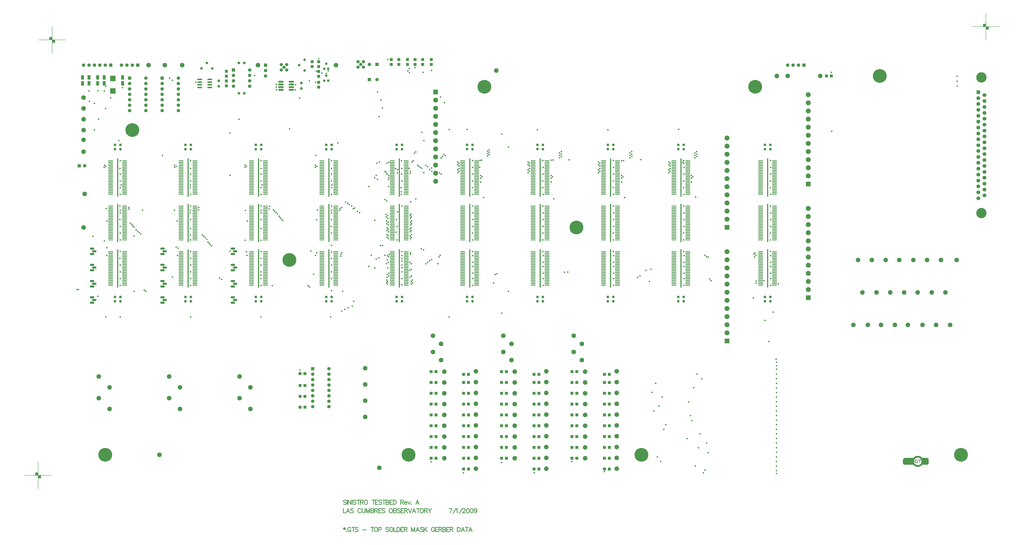
<source format=gts>
%FSLAX23Y23*%
%MOIN*%
G70*
G01*
G75*
G04 Layer_Color=8388736*
%ADD10C,0.005*%
%ADD11R,0.050X0.050*%
%ADD12R,0.020X0.709*%
%ADD13R,0.085X0.016*%
%ADD14O,0.098X0.028*%
%ADD15R,0.050X0.050*%
%ADD16R,0.035X0.037*%
%ADD17R,0.035X0.037*%
%ADD18R,0.100X0.100*%
%ADD19R,0.048X0.078*%
%ADD20O,0.087X0.024*%
%ADD21C,0.010*%
%ADD22C,0.025*%
%ADD23C,0.012*%
%ADD24C,0.008*%
%ADD25C,0.012*%
%ADD26C,0.012*%
%ADD27C,0.250*%
%ADD28C,0.059*%
%ADD29R,0.059X0.059*%
%ADD30C,0.050*%
%ADD31C,0.080*%
%ADD32C,0.067*%
%ADD33C,0.067*%
%ADD34C,0.187*%
%ADD35R,0.067X0.067*%
%ADD36C,0.055*%
%ADD37C,0.047*%
%ADD38R,0.059X0.059*%
%ADD39C,0.059*%
%ADD40R,0.087X0.087*%
%ADD41C,0.087*%
%ADD42R,0.059X0.059*%
%ADD43O,0.079X0.039*%
%ADD44O,0.079X0.039*%
%ADD45C,0.045*%
%ADD46C,0.024*%
%ADD47C,0.010*%
%ADD48C,0.050*%
%ADD49C,0.040*%
%ADD50C,0.145*%
%ADD51C,0.055*%
G04:AMPARAMS|DCode=52|XSize=85mil|YSize=85mil|CornerRadius=0mil|HoleSize=0mil|Usage=FLASHONLY|Rotation=0.000|XOffset=0mil|YOffset=0mil|HoleType=Round|Shape=Relief|Width=10mil|Gap=10mil|Entries=4|*
%AMTHD52*
7,0,0,0.085,0.065,0.010,45*
%
%ADD52THD52*%
%ADD53C,0.072*%
%ADD54C,0.063*%
%ADD55C,0.063*%
%ADD56C,0.148*%
%ADD57C,0.053*%
%ADD58C,0.048*%
%ADD59C,0.055*%
G04:AMPARAMS|DCode=60|XSize=95.433mil|YSize=95.433mil|CornerRadius=0mil|HoleSize=0mil|Usage=FLASHONLY|Rotation=0.000|XOffset=0mil|YOffset=0mil|HoleType=Round|Shape=Relief|Width=10mil|Gap=10mil|Entries=4|*
%AMTHD60*
7,0,0,0.095,0.075,0.010,45*
%
%ADD60THD60*%
%ADD61C,0.067*%
G04:AMPARAMS|DCode=62|XSize=95.433mil|YSize=95.433mil|CornerRadius=0mil|HoleSize=0mil|Usage=FLASHONLY|Rotation=0.000|XOffset=0mil|YOffset=0mil|HoleType=Round|Shape=Relief|Width=10mil|Gap=10mil|Entries=4|*
%AMTHD62*
7,0,0,0.095,0.075,0.010,45*
%
%ADD62THD62*%
G04:AMPARAMS|DCode=63|XSize=112mil|YSize=112mil|CornerRadius=0mil|HoleSize=0mil|Usage=FLASHONLY|Rotation=0.000|XOffset=0mil|YOffset=0mil|HoleType=Round|Shape=Relief|Width=10mil|Gap=10mil|Entries=4|*
%AMTHD63*
7,0,0,0.112,0.092,0.010,45*
%
%ADD63THD63*%
%ADD64C,0.030*%
G04:AMPARAMS|DCode=65|XSize=70mil|YSize=70mil|CornerRadius=0mil|HoleSize=0mil|Usage=FLASHONLY|Rotation=0.000|XOffset=0mil|YOffset=0mil|HoleType=Round|Shape=Relief|Width=10mil|Gap=10mil|Entries=4|*
%AMTHD65*
7,0,0,0.070,0.050,0.010,45*
%
%ADD65THD65*%
G04:AMPARAMS|DCode=66|XSize=185mil|YSize=185mil|CornerRadius=0mil|HoleSize=0mil|Usage=FLASHONLY|Rotation=0.000|XOffset=0mil|YOffset=0mil|HoleType=Round|Shape=Relief|Width=10mil|Gap=10mil|Entries=4|*
%AMTHD66*
7,0,0,0.185,0.165,0.010,45*
%
%ADD66THD66*%
G04:AMPARAMS|DCode=67|XSize=188.346mil|YSize=188.346mil|CornerRadius=0mil|HoleSize=0mil|Usage=FLASHONLY|Rotation=0.000|XOffset=0mil|YOffset=0mil|HoleType=Round|Shape=Relief|Width=10mil|Gap=10mil|Entries=4|*
%AMTHD67*
7,0,0,0.188,0.168,0.010,45*
%
%ADD67THD67*%
G04:AMPARAMS|DCode=68|XSize=102.913mil|YSize=102.913mil|CornerRadius=0mil|HoleSize=0mil|Usage=FLASHONLY|Rotation=0.000|XOffset=0mil|YOffset=0mil|HoleType=Round|Shape=Relief|Width=10mil|Gap=10mil|Entries=4|*
%AMTHD68*
7,0,0,0.103,0.083,0.010,45*
%
%ADD68THD68*%
G04:AMPARAMS|DCode=69|XSize=93.465mil|YSize=93.465mil|CornerRadius=0mil|HoleSize=0mil|Usage=FLASHONLY|Rotation=0.000|XOffset=0mil|YOffset=0mil|HoleType=Round|Shape=Relief|Width=10mil|Gap=10mil|Entries=4|*
%AMTHD69*
7,0,0,0.093,0.073,0.010,45*
%
%ADD69THD69*%
G04:AMPARAMS|DCode=70|XSize=87.559mil|YSize=87.559mil|CornerRadius=0mil|HoleSize=0mil|Usage=FLASHONLY|Rotation=0.000|XOffset=0mil|YOffset=0mil|HoleType=Round|Shape=Relief|Width=10mil|Gap=10mil|Entries=4|*
%AMTHD70*
7,0,0,0.088,0.068,0.010,45*
%
%ADD70THD70*%
%ADD71C,0.020*%
%ADD72C,0.015*%
%ADD73C,0.008*%
%ADD74C,0.010*%
%ADD75C,0.006*%
%ADD76C,0.007*%
%ADD77C,0.028*%
%ADD78C,0.006*%
%ADD79C,0.006*%
%ADD80R,0.075X0.031*%
%ADD81R,0.500X0.300*%
%ADD82C,0.030*%
%ADD83R,0.054X0.054*%
%ADD84O,0.102X0.032*%
%ADD85R,0.054X0.054*%
%ADD86R,0.039X0.041*%
%ADD87R,0.039X0.041*%
%ADD88R,0.104X0.104*%
%ADD89R,0.052X0.082*%
%ADD90O,0.091X0.028*%
%ADD91C,0.254*%
%ADD92C,0.063*%
%ADD93R,0.063X0.063*%
%ADD94C,0.084*%
%ADD95C,0.071*%
%ADD96C,0.071*%
%ADD97C,0.191*%
%ADD98R,0.071X0.071*%
%ADD99C,0.059*%
%ADD100C,0.051*%
%ADD101R,0.063X0.063*%
%ADD102C,0.063*%
%ADD103R,0.091X0.091*%
%ADD104C,0.091*%
%ADD105R,0.063X0.063*%
%ADD106O,0.083X0.043*%
%ADD107O,0.083X0.043*%
%ADD108C,0.049*%
%ADD109C,0.028*%
%ADD110C,0.014*%
G36*
X15662Y502D02*
X15643D01*
Y449D01*
X15631D01*
Y502D01*
X15612D01*
Y513D01*
X15662D01*
Y502D01*
D02*
G37*
G36*
X15371Y460D02*
X15403D01*
Y449D01*
X15358D01*
Y513D01*
X15371D01*
Y460D01*
D02*
G37*
G36*
X15507Y514D02*
X15508Y514D01*
X15509Y514D01*
X15510Y514D01*
X15512Y513D01*
X15513Y513D01*
X15515Y513D01*
X15517Y512D01*
X15519Y511D01*
X15521Y510D01*
X15523Y509D01*
X15525Y508D01*
X15526Y507D01*
X15528Y505D01*
X15528Y505D01*
X15528Y505D01*
X15529Y504D01*
X15529Y504D01*
X15530Y503D01*
X15531Y502D01*
X15531Y500D01*
X15532Y499D01*
X15533Y497D01*
X15534Y496D01*
X15534Y494D01*
X15535Y491D01*
X15536Y489D01*
X15536Y486D01*
X15536Y484D01*
X15536Y481D01*
Y481D01*
Y481D01*
Y480D01*
X15536Y479D01*
X15536Y478D01*
X15536Y477D01*
X15536Y475D01*
X15536Y474D01*
X15535Y472D01*
X15535Y470D01*
X15534Y468D01*
X15534Y466D01*
X15533Y464D01*
X15532Y462D01*
X15531Y460D01*
X15529Y458D01*
X15528Y457D01*
X15528Y456D01*
X15528Y456D01*
X15527Y456D01*
X15526Y455D01*
X15526Y455D01*
X15525Y454D01*
X15523Y453D01*
X15522Y452D01*
X15520Y451D01*
X15519Y451D01*
X15517Y450D01*
X15515Y449D01*
X15513Y449D01*
X15510Y448D01*
X15508Y448D01*
X15505Y448D01*
X15505D01*
X15504Y448D01*
X15503Y448D01*
X15502Y448D01*
X15501Y448D01*
X15499Y449D01*
X15497Y449D01*
X15496Y449D01*
X15494Y450D01*
X15492Y451D01*
X15490Y451D01*
X15488Y452D01*
X15486Y454D01*
X15484Y455D01*
X15483Y456D01*
X15483Y457D01*
X15482Y457D01*
X15482Y457D01*
X15481Y458D01*
X15481Y459D01*
X15480Y460D01*
X15479Y461D01*
X15479Y463D01*
X15478Y464D01*
X15477Y466D01*
X15476Y468D01*
X15476Y470D01*
X15475Y473D01*
X15475Y475D01*
X15474Y478D01*
X15474Y481D01*
Y481D01*
Y481D01*
Y481D01*
X15474Y482D01*
Y483D01*
X15475Y484D01*
X15475Y485D01*
X15475Y486D01*
X15475Y489D01*
X15476Y492D01*
X15476Y494D01*
X15477Y497D01*
Y497D01*
X15477Y497D01*
X15478Y498D01*
X15478Y498D01*
X15478Y499D01*
X15479Y500D01*
X15480Y501D01*
X15481Y503D01*
X15482Y504D01*
X15483Y506D01*
X15483Y506D01*
X15483Y506D01*
X15484Y506D01*
X15485Y507D01*
X15486Y508D01*
X15487Y509D01*
X15488Y510D01*
X15490Y511D01*
X15491Y512D01*
X15492D01*
X15492Y512D01*
X15492Y512D01*
X15493Y512D01*
X15493Y512D01*
X15494Y512D01*
X15495Y513D01*
X15495Y513D01*
X15496Y513D01*
X15497Y513D01*
X15500Y514D01*
X15502Y514D01*
X15505Y514D01*
X15506D01*
X15507Y514D01*
D02*
G37*
G36*
X15578D02*
X15579Y514D01*
X15580Y514D01*
X15581Y514D01*
X15583Y514D01*
X15586Y513D01*
X15587Y513D01*
X15589Y512D01*
X15590Y511D01*
X15592Y511D01*
X15593Y510D01*
X15595Y509D01*
X15595Y509D01*
X15595Y509D01*
X15595Y509D01*
X15596Y508D01*
X15596Y508D01*
X15597Y507D01*
X15597Y506D01*
X15598Y506D01*
X15599Y505D01*
X15600Y504D01*
X15600Y502D01*
X15601Y501D01*
X15602Y500D01*
X15602Y498D01*
X15603Y497D01*
X15603Y495D01*
X15590Y493D01*
Y493D01*
X15590Y493D01*
X15590Y493D01*
X15590Y494D01*
X15590Y495D01*
X15589Y496D01*
X15589Y497D01*
X15588Y498D01*
X15587Y499D01*
X15585Y500D01*
X15585Y500D01*
X15585Y501D01*
X15584Y501D01*
X15583Y502D01*
X15581Y502D01*
X15580Y503D01*
X15578Y503D01*
X15576Y503D01*
X15575D01*
X15575Y503D01*
X15574Y503D01*
X15573Y503D01*
X15572Y503D01*
X15571Y502D01*
X15569Y502D01*
X15568Y501D01*
X15567Y501D01*
X15566Y500D01*
X15565Y499D01*
X15564Y499D01*
X15563Y498D01*
X15563Y498D01*
X15562Y497D01*
X15562Y497D01*
X15562Y497D01*
X15561Y496D01*
X15561Y495D01*
X15561Y495D01*
X15560Y494D01*
X15560Y493D01*
X15559Y491D01*
X15559Y490D01*
X15558Y489D01*
X15558Y487D01*
X15558Y485D01*
X15558Y484D01*
X15558Y482D01*
Y482D01*
Y481D01*
Y481D01*
X15558Y480D01*
X15558Y479D01*
X15558Y478D01*
X15558Y477D01*
X15558Y475D01*
X15559Y473D01*
X15559Y471D01*
X15560Y470D01*
X15560Y468D01*
X15561Y467D01*
X15562Y466D01*
X15563Y465D01*
X15563Y464D01*
X15563Y464D01*
X15563Y464D01*
X15564Y464D01*
X15564Y463D01*
X15565Y463D01*
X15565Y462D01*
X15566Y462D01*
X15567Y461D01*
X15568Y461D01*
X15569Y460D01*
X15570Y460D01*
X15572Y459D01*
X15573Y459D01*
X15574Y459D01*
X15576Y459D01*
X15577D01*
X15577Y459D01*
X15578Y459D01*
X15580Y459D01*
X15581Y460D01*
X15582Y460D01*
X15584Y460D01*
X15584D01*
X15584Y461D01*
X15585Y461D01*
X15585Y461D01*
X15586Y462D01*
X15587Y462D01*
X15589Y463D01*
X15590Y463D01*
X15591Y464D01*
Y472D01*
X15576D01*
Y483D01*
X15604D01*
Y458D01*
X15604Y458D01*
X15604Y458D01*
X15604Y457D01*
X15603Y457D01*
X15603Y457D01*
X15602Y456D01*
X15602Y456D01*
X15601Y455D01*
X15600Y455D01*
X15599Y454D01*
X15598Y454D01*
X15597Y453D01*
X15596Y453D01*
X15595Y452D01*
X15594Y451D01*
X15592Y451D01*
X15592D01*
X15592Y451D01*
X15592Y451D01*
X15591Y450D01*
X15590Y450D01*
X15589Y450D01*
X15589Y450D01*
X15587Y449D01*
X15586Y449D01*
X15585Y449D01*
X15582Y448D01*
X15580Y448D01*
X15577Y448D01*
X15576D01*
X15575Y448D01*
X15574Y448D01*
X15573Y448D01*
X15572Y448D01*
X15571Y448D01*
X15569Y449D01*
X15568Y449D01*
X15565Y450D01*
X15564Y450D01*
X15562Y451D01*
X15561Y451D01*
X15559Y452D01*
X15559Y452D01*
X15559Y452D01*
X15559Y452D01*
X15558Y453D01*
X15557Y453D01*
X15557Y454D01*
X15556Y454D01*
X15555Y455D01*
X15554Y456D01*
X15553Y457D01*
X15552Y458D01*
X15551Y459D01*
X15550Y460D01*
X15550Y461D01*
X15549Y463D01*
X15548Y464D01*
Y464D01*
X15548Y464D01*
X15548Y465D01*
X15547Y465D01*
X15547Y466D01*
X15547Y467D01*
X15547Y468D01*
X15546Y469D01*
X15546Y470D01*
X15545Y472D01*
X15545Y473D01*
X15545Y475D01*
X15544Y478D01*
X15544Y479D01*
X15544Y481D01*
Y481D01*
Y482D01*
Y482D01*
X15544Y483D01*
X15544Y484D01*
X15545Y485D01*
X15545Y486D01*
X15545Y487D01*
X15545Y489D01*
X15545Y490D01*
X15546Y493D01*
X15547Y494D01*
X15547Y496D01*
X15548Y497D01*
X15548Y499D01*
X15549Y499D01*
X15549Y499D01*
X15549Y500D01*
X15549Y500D01*
X15550Y501D01*
X15550Y502D01*
X15551Y502D01*
X15552Y503D01*
X15552Y504D01*
X15553Y505D01*
X15554Y506D01*
X15555Y507D01*
X15557Y508D01*
X15558Y509D01*
X15559Y510D01*
X15561Y511D01*
X15561D01*
X15561Y511D01*
X15561Y511D01*
X15562Y511D01*
X15562Y512D01*
X15563Y512D01*
X15564Y512D01*
X15565Y513D01*
X15566Y513D01*
X15567Y513D01*
X15568Y513D01*
X15570Y514D01*
X15571Y514D01*
X15573Y514D01*
X15576Y514D01*
X15577D01*
X15578Y514D01*
D02*
G37*
G36*
X15441D02*
X15442D01*
X15443Y514D01*
X15444Y514D01*
X15445Y514D01*
X15447Y513D01*
X15448Y513D01*
X15450Y513D01*
X15451Y512D01*
X15453Y511D01*
X15455Y510D01*
X15456Y510D01*
X15458Y508D01*
X15459Y507D01*
X15459Y507D01*
X15459Y507D01*
X15460Y507D01*
X15460Y506D01*
X15460Y506D01*
X15461Y506D01*
X15461Y505D01*
X15462Y504D01*
X15462Y503D01*
X15463Y503D01*
X15463Y502D01*
X15464Y501D01*
X15464Y499D01*
X15465Y498D01*
X15465Y497D01*
X15466Y495D01*
X15453Y492D01*
Y492D01*
X15453Y493D01*
X15453Y493D01*
X15453Y493D01*
X15452Y494D01*
X15452Y495D01*
X15451Y496D01*
X15450Y498D01*
X15449Y499D01*
X15448Y500D01*
X15448Y500D01*
X15447Y501D01*
X15447Y501D01*
X15446Y502D01*
X15444Y502D01*
X15443Y503D01*
X15441Y503D01*
X15439Y503D01*
X15439D01*
X15438Y503D01*
X15438Y503D01*
X15437Y503D01*
X15435Y502D01*
X15433Y502D01*
X15432Y501D01*
X15431Y501D01*
X15430Y500D01*
X15430Y500D01*
X15429Y499D01*
X15428Y498D01*
X15428Y498D01*
X15428Y498D01*
X15427Y497D01*
X15427Y497D01*
X15427Y496D01*
X15426Y496D01*
X15426Y495D01*
X15426Y494D01*
X15425Y493D01*
X15425Y492D01*
X15424Y490D01*
X15424Y489D01*
X15424Y487D01*
X15424Y485D01*
X15423Y483D01*
X15423Y481D01*
Y481D01*
Y481D01*
Y480D01*
X15423Y479D01*
X15424Y478D01*
X15424Y477D01*
X15424Y476D01*
X15424Y475D01*
X15424Y472D01*
X15425Y469D01*
X15426Y468D01*
X15426Y466D01*
X15427Y465D01*
X15428Y464D01*
X15428Y464D01*
X15428Y464D01*
X15428Y464D01*
X15428Y463D01*
X15429Y463D01*
X15429Y462D01*
X15430Y462D01*
X15431Y462D01*
X15432Y461D01*
X15434Y460D01*
X15435Y459D01*
X15437Y459D01*
X15438Y459D01*
X15439Y459D01*
X15440D01*
X15440Y459D01*
X15441Y459D01*
X15442Y459D01*
X15443Y460D01*
X15445Y460D01*
X15446Y461D01*
X15448Y462D01*
X15448Y462D01*
X15448Y462D01*
X15448Y463D01*
X15449Y464D01*
X15450Y465D01*
X15450Y465D01*
X15451Y466D01*
X15451Y467D01*
X15452Y468D01*
X15452Y469D01*
X15453Y470D01*
X15453Y471D01*
X15453Y473D01*
X15466Y469D01*
Y469D01*
X15466Y468D01*
X15466Y468D01*
X15465Y467D01*
X15465Y466D01*
X15465Y465D01*
X15464Y464D01*
X15464Y463D01*
X15462Y460D01*
X15461Y459D01*
X15461Y458D01*
X15460Y456D01*
X15459Y455D01*
X15457Y454D01*
X15456Y453D01*
X15456Y453D01*
X15456Y453D01*
X15456Y452D01*
X15455Y452D01*
X15454Y452D01*
X15454Y451D01*
X15453Y451D01*
X15452Y450D01*
X15450Y450D01*
X15449Y449D01*
X15448Y449D01*
X15446Y449D01*
X15445Y448D01*
X15443Y448D01*
X15441Y448D01*
X15439Y448D01*
X15439D01*
X15438Y448D01*
X15437Y448D01*
X15436Y448D01*
X15435Y448D01*
X15433Y449D01*
X15432Y449D01*
X15430Y449D01*
X15428Y450D01*
X15427Y451D01*
X15425Y452D01*
X15423Y453D01*
X15421Y454D01*
X15420Y455D01*
X15418Y457D01*
X15418Y457D01*
X15418Y457D01*
X15417Y457D01*
X15417Y458D01*
X15416Y459D01*
X15416Y460D01*
X15415Y461D01*
X15414Y463D01*
X15413Y464D01*
X15413Y466D01*
X15412Y468D01*
X15411Y470D01*
X15411Y473D01*
X15410Y475D01*
X15410Y478D01*
X15410Y480D01*
Y481D01*
Y481D01*
Y481D01*
Y481D01*
X15410Y482D01*
X15410Y483D01*
X15410Y484D01*
X15410Y486D01*
X15411Y488D01*
X15411Y490D01*
X15412Y492D01*
X15412Y494D01*
X15413Y496D01*
X15414Y498D01*
X15414Y500D01*
X15416Y502D01*
X15417Y504D01*
X15418Y505D01*
X15418Y505D01*
X15419Y506D01*
X15419Y506D01*
X15420Y507D01*
X15421Y507D01*
X15422Y508D01*
X15423Y509D01*
X15424Y510D01*
X15426Y511D01*
X15427Y511D01*
X15429Y512D01*
X15431Y513D01*
X15433Y513D01*
X15435Y514D01*
X15438Y514D01*
X15440Y514D01*
X15440D01*
X15441Y514D01*
D02*
G37*
%LPC*%
G36*
X15505Y503D02*
X15505D01*
X15504Y503D01*
X15503Y503D01*
X15503Y503D01*
X15502Y503D01*
X15501Y502D01*
X15499Y502D01*
X15498Y501D01*
X15497Y501D01*
X15496Y500D01*
X15495Y499D01*
X15493Y499D01*
X15493Y498D01*
X15492Y498D01*
X15492Y497D01*
X15492Y497D01*
X15492Y497D01*
X15491Y496D01*
X15491Y495D01*
X15491Y494D01*
X15490Y493D01*
X15490Y492D01*
X15489Y491D01*
X15489Y490D01*
X15488Y488D01*
X15488Y487D01*
X15488Y485D01*
X15488Y483D01*
X15488Y481D01*
Y481D01*
Y481D01*
Y480D01*
X15488Y479D01*
X15488Y478D01*
X15488Y477D01*
X15488Y476D01*
X15488Y475D01*
X15489Y472D01*
X15489Y471D01*
X15490Y469D01*
X15490Y468D01*
X15491Y467D01*
X15492Y466D01*
X15493Y464D01*
X15493Y464D01*
X15493Y464D01*
X15493Y464D01*
X15494Y464D01*
X15494Y463D01*
X15495Y463D01*
X15495Y462D01*
X15496Y462D01*
X15497Y461D01*
X15498Y461D01*
X15499Y460D01*
X15500Y460D01*
X15501Y459D01*
X15503Y459D01*
X15504Y459D01*
X15505Y459D01*
X15506D01*
X15507Y459D01*
X15507Y459D01*
X15508Y459D01*
X15509Y459D01*
X15510Y460D01*
X15512Y460D01*
X15513Y461D01*
X15514Y461D01*
X15515Y462D01*
X15516Y463D01*
X15517Y463D01*
X15518Y464D01*
X15518Y465D01*
X15518Y465D01*
X15519Y465D01*
X15519Y466D01*
X15519Y466D01*
X15520Y467D01*
X15520Y468D01*
X15521Y469D01*
X15521Y470D01*
X15522Y471D01*
X15522Y472D01*
X15522Y474D01*
X15523Y476D01*
X15523Y477D01*
X15523Y479D01*
X15523Y481D01*
Y481D01*
Y482D01*
Y482D01*
X15523Y483D01*
X15523Y484D01*
X15523Y485D01*
X15523Y486D01*
X15523Y487D01*
X15522Y490D01*
X15522Y491D01*
X15521Y493D01*
X15521Y494D01*
X15520Y495D01*
X15519Y497D01*
X15518Y498D01*
X15518Y498D01*
X15518Y498D01*
X15518Y498D01*
X15517Y498D01*
X15517Y499D01*
X15516Y499D01*
X15516Y500D01*
X15515Y500D01*
X15514Y501D01*
X15513Y501D01*
X15512Y502D01*
X15511Y502D01*
X15510Y503D01*
X15508Y503D01*
X15507Y503D01*
X15505Y503D01*
D02*
G37*
%LPD*%
D10*
X15800Y510D02*
X15799Y519D01*
X15794Y528D01*
X15788Y534D01*
X15779Y539D01*
X15770Y540D01*
Y420D02*
X15779Y421D01*
X15788Y426D01*
X15794Y432D01*
X15799Y441D01*
X15800Y450D01*
X15330D02*
X15331Y441D01*
X15336Y432D01*
X15342Y426D01*
X15351Y421D01*
X15360Y420D01*
X15370Y540D02*
X15360Y539D01*
X15350Y535D01*
X15342Y528D01*
X15335Y520D01*
X15331Y510D01*
X15330Y500D01*
X15592Y577D02*
X15581Y576D01*
X15571Y574D01*
X15561Y571D01*
X15551Y566D01*
X15542Y560D01*
X15534Y553D01*
Y407D02*
X15542Y400D01*
X15551Y394D01*
X15561Y389D01*
X15571Y386D01*
X15581Y384D01*
X15592Y383D01*
X15666Y553D02*
X15658Y560D01*
X15649Y566D01*
X15639Y571D01*
X15629Y574D01*
X15619Y576D01*
X15608Y577D01*
Y383D02*
X15619Y384D01*
X15629Y386D01*
X15639Y389D01*
X15649Y394D01*
X15658Y400D01*
X15666Y407D01*
X15670Y420D02*
X15700D01*
X15670Y540D02*
X15730D01*
X15728D02*
X15770D01*
X15800Y450D02*
Y510D01*
X15698Y420D02*
X15770D01*
X15360D02*
X15530D01*
X15330Y450D02*
Y500D01*
X15370Y540D02*
X15530D01*
X15592Y577D02*
X15600D01*
X15608D01*
X15600Y383D02*
X15608D01*
X15592D02*
X15600D01*
D12*
X11228Y4044D02*
D03*
Y4884D02*
D03*
Y5724D02*
D03*
X4728Y4044D02*
D03*
Y4884D02*
D03*
Y5724D02*
D03*
X9928Y4044D02*
D03*
Y4884D02*
D03*
Y5724D02*
D03*
X8628Y4044D02*
D03*
Y4884D02*
D03*
Y5724D02*
D03*
X7328Y4044D02*
D03*
Y4884D02*
D03*
Y5724D02*
D03*
X3428Y5724D02*
D03*
Y4884D02*
D03*
Y4044D02*
D03*
X2128Y5724D02*
D03*
Y4884D02*
D03*
Y4044D02*
D03*
X828Y5724D02*
D03*
Y4884D02*
D03*
Y4044D02*
D03*
X6028Y5724D02*
D03*
Y4884D02*
D03*
Y4044D02*
D03*
X12828Y5724D02*
D03*
Y4884D02*
D03*
Y4044D02*
D03*
D13*
X11100Y3731D02*
D03*
X11356D02*
D03*
X11100Y3756D02*
D03*
X11356Y3781D02*
D03*
X11100Y3806D02*
D03*
X11356Y3831D02*
D03*
X11100Y3856D02*
D03*
X11356D02*
D03*
X11100Y3881D02*
D03*
X11356Y3906D02*
D03*
X11100Y3931D02*
D03*
X11356Y3956D02*
D03*
X11100Y3981D02*
D03*
X11356D02*
D03*
X11100Y4006D02*
D03*
X11356Y4031D02*
D03*
X11100Y4056D02*
D03*
X11356Y4081D02*
D03*
X11100Y4106D02*
D03*
X11356D02*
D03*
X11100Y4131D02*
D03*
X11356Y4156D02*
D03*
X11100Y4181D02*
D03*
X11356Y4206D02*
D03*
X11100Y4231D02*
D03*
X11356D02*
D03*
X11100Y4256D02*
D03*
X11356Y4281D02*
D03*
X11100Y4306D02*
D03*
Y4331D02*
D03*
X11356D02*
D03*
X11100Y4356D02*
D03*
X11356D02*
D03*
X11100Y4572D02*
D03*
X11356D02*
D03*
X11100Y4597D02*
D03*
X11356D02*
D03*
X11100Y4622D02*
D03*
Y4647D02*
D03*
Y4672D02*
D03*
Y4697D02*
D03*
X11356D02*
D03*
X11100Y4722D02*
D03*
X11356D02*
D03*
X11100Y4747D02*
D03*
X11356D02*
D03*
X11100Y4772D02*
D03*
X11356D02*
D03*
X11100Y4797D02*
D03*
X11356D02*
D03*
X11100Y4822D02*
D03*
X11356D02*
D03*
X11100Y4847D02*
D03*
X11356D02*
D03*
X11100Y4872D02*
D03*
X11356D02*
D03*
X11100Y4897D02*
D03*
X11356D02*
D03*
X11100Y4922D02*
D03*
X11356D02*
D03*
X11100Y4947D02*
D03*
X11356D02*
D03*
X11100Y4972D02*
D03*
X11356D02*
D03*
X11100Y4997D02*
D03*
X11356D02*
D03*
X11100Y5022D02*
D03*
X11356D02*
D03*
X11100Y5047D02*
D03*
X11356D02*
D03*
X11100Y5072D02*
D03*
X11356D02*
D03*
X11100Y5097D02*
D03*
X11356D02*
D03*
X11100Y5122D02*
D03*
X11356D02*
D03*
X11100Y5147D02*
D03*
X11356D02*
D03*
X11100Y5172D02*
D03*
X11356D02*
D03*
X11100Y5197D02*
D03*
X11356D02*
D03*
X11100Y5412D02*
D03*
X11356D02*
D03*
X11100Y5437D02*
D03*
X11356D02*
D03*
X11100Y5462D02*
D03*
X11356D02*
D03*
X11100Y5487D02*
D03*
X11356D02*
D03*
X11100Y5512D02*
D03*
X11356D02*
D03*
X11100Y5537D02*
D03*
X11356D02*
D03*
X11100Y5562D02*
D03*
X11356D02*
D03*
X11100Y5587D02*
D03*
X11356D02*
D03*
X11100Y5612D02*
D03*
X11356D02*
D03*
X11100Y5637D02*
D03*
X11356D02*
D03*
X11100Y5662D02*
D03*
X11356D02*
D03*
X11100Y5687D02*
D03*
X11356D02*
D03*
X11100Y5712D02*
D03*
X11356D02*
D03*
X11100Y5737D02*
D03*
X11356D02*
D03*
X11100Y5762D02*
D03*
X11356D02*
D03*
X11100Y5787D02*
D03*
X11356D02*
D03*
X11100Y5812D02*
D03*
X11356D02*
D03*
X11100Y5837D02*
D03*
X11356D02*
D03*
X11100Y5862D02*
D03*
X11356D02*
D03*
X11100Y5887D02*
D03*
X11356D02*
D03*
X11100Y5912D02*
D03*
X11356D02*
D03*
X11100Y5937D02*
D03*
X11356D02*
D03*
X11100Y5962D02*
D03*
X11356D02*
D03*
X11100Y5987D02*
D03*
X11356D02*
D03*
X11100Y6012D02*
D03*
X11356D02*
D03*
X11100Y6037D02*
D03*
X11356D02*
D03*
Y4672D02*
D03*
Y4647D02*
D03*
Y4622D02*
D03*
Y4306D02*
D03*
X11100Y4281D02*
D03*
X11356Y4256D02*
D03*
X11100Y4206D02*
D03*
X11356Y4181D02*
D03*
X11100Y4156D02*
D03*
X11356Y4131D02*
D03*
X11100Y4081D02*
D03*
X11356Y4056D02*
D03*
X11100Y4031D02*
D03*
X11356Y4006D02*
D03*
X11100Y3956D02*
D03*
X11356Y3931D02*
D03*
X11100Y3906D02*
D03*
X11356Y3881D02*
D03*
X11100Y3831D02*
D03*
X11356Y3806D02*
D03*
X11100Y3781D02*
D03*
X11356Y3756D02*
D03*
X5900Y5862D02*
D03*
X4600Y3731D02*
D03*
X4856D02*
D03*
X4600Y3756D02*
D03*
X4856D02*
D03*
X4600Y3781D02*
D03*
X4856D02*
D03*
X4600Y3806D02*
D03*
X4856D02*
D03*
X4600Y3831D02*
D03*
X4856D02*
D03*
X4600Y3856D02*
D03*
X4856D02*
D03*
X4600Y3881D02*
D03*
X4856D02*
D03*
X4600Y3906D02*
D03*
X4856D02*
D03*
X4600Y3931D02*
D03*
X4856D02*
D03*
X4600Y3956D02*
D03*
X4856D02*
D03*
X4600Y3981D02*
D03*
X4856D02*
D03*
X4600Y4006D02*
D03*
X4856D02*
D03*
X4600Y4031D02*
D03*
X4856D02*
D03*
X4600Y4056D02*
D03*
X4856D02*
D03*
X4600Y4081D02*
D03*
X4856D02*
D03*
X4600Y4106D02*
D03*
X4856D02*
D03*
X4600Y4131D02*
D03*
X4856D02*
D03*
X4600Y4156D02*
D03*
X4856D02*
D03*
X4600Y4181D02*
D03*
X4856D02*
D03*
X4600Y4206D02*
D03*
X4856D02*
D03*
X4600Y4231D02*
D03*
X4856D02*
D03*
X4600Y4256D02*
D03*
X4856D02*
D03*
X4600Y4281D02*
D03*
X4856D02*
D03*
X4600Y4306D02*
D03*
X4856D02*
D03*
X4600Y4331D02*
D03*
X4856D02*
D03*
X4600Y4356D02*
D03*
X4856D02*
D03*
X4600Y4571D02*
D03*
X4856D02*
D03*
X4600Y4596D02*
D03*
X4856D02*
D03*
X4600Y4621D02*
D03*
X4856D02*
D03*
X4600Y4646D02*
D03*
X4856D02*
D03*
X4600Y4671D02*
D03*
X4856D02*
D03*
X4600Y4696D02*
D03*
X4856D02*
D03*
X4600Y4721D02*
D03*
X4856D02*
D03*
X4600Y4746D02*
D03*
X4856D02*
D03*
X4600Y4771D02*
D03*
X4856D02*
D03*
X4600Y4796D02*
D03*
X4856D02*
D03*
X4600Y4821D02*
D03*
X4856D02*
D03*
X4600Y4846D02*
D03*
X4856D02*
D03*
X4600Y4871D02*
D03*
X4856D02*
D03*
X4600Y4896D02*
D03*
X4856D02*
D03*
X4600Y4921D02*
D03*
X4856D02*
D03*
X4600Y4946D02*
D03*
X4856D02*
D03*
X4600Y4971D02*
D03*
X4856D02*
D03*
X4600Y4996D02*
D03*
X4856D02*
D03*
X4600Y5021D02*
D03*
X4856D02*
D03*
X4600Y5046D02*
D03*
X4856D02*
D03*
X4600Y5071D02*
D03*
X4856D02*
D03*
X4600Y5096D02*
D03*
X4856D02*
D03*
X4600Y5121D02*
D03*
X4856D02*
D03*
X4600Y5146D02*
D03*
X4856D02*
D03*
X4600Y5171D02*
D03*
X4856D02*
D03*
X4600Y5196D02*
D03*
X4856D02*
D03*
X4600Y5412D02*
D03*
X4856D02*
D03*
X4600Y5437D02*
D03*
X4856D02*
D03*
X4600Y5462D02*
D03*
X4856D02*
D03*
X4600Y5487D02*
D03*
X4856D02*
D03*
X4600Y5512D02*
D03*
X4856D02*
D03*
X4600Y5537D02*
D03*
X4856D02*
D03*
X4600Y5562D02*
D03*
X4856D02*
D03*
X4600Y5587D02*
D03*
X4856D02*
D03*
X4600Y5612D02*
D03*
X4856D02*
D03*
X4600Y5637D02*
D03*
X4856D02*
D03*
X4600Y5662D02*
D03*
X4856D02*
D03*
X4600Y5687D02*
D03*
X4856D02*
D03*
X4600Y5712D02*
D03*
X4856D02*
D03*
X4600Y5737D02*
D03*
X4856D02*
D03*
X4600Y5762D02*
D03*
X4856D02*
D03*
X4600Y5787D02*
D03*
X4856D02*
D03*
X4600Y5812D02*
D03*
X4856D02*
D03*
X4600Y5837D02*
D03*
X4856D02*
D03*
X4600Y5862D02*
D03*
X4856D02*
D03*
X4600Y5887D02*
D03*
X4856D02*
D03*
X4600Y5912D02*
D03*
X4856D02*
D03*
X4600Y5937D02*
D03*
X4856D02*
D03*
X4600Y5962D02*
D03*
X4856D02*
D03*
X4600Y5987D02*
D03*
X4856D02*
D03*
X4600Y6012D02*
D03*
X4856D02*
D03*
X4600Y6037D02*
D03*
X4856D02*
D03*
X9800Y3731D02*
D03*
X10056D02*
D03*
X9800Y3756D02*
D03*
X10056D02*
D03*
X9800Y3781D02*
D03*
X10056D02*
D03*
X9800Y3806D02*
D03*
X10056D02*
D03*
X9800Y3831D02*
D03*
X10056D02*
D03*
X9800Y3856D02*
D03*
X10056D02*
D03*
X9800Y3881D02*
D03*
X10056D02*
D03*
X9800Y3906D02*
D03*
X10056D02*
D03*
X9800Y3931D02*
D03*
X10056D02*
D03*
X9800Y3956D02*
D03*
X10056D02*
D03*
X9800Y3981D02*
D03*
X10056D02*
D03*
X9800Y4006D02*
D03*
X10056D02*
D03*
X9800Y4031D02*
D03*
X10056D02*
D03*
X9800Y4056D02*
D03*
X10056D02*
D03*
X9800Y4081D02*
D03*
X10056D02*
D03*
X9800Y4106D02*
D03*
X10056D02*
D03*
X9800Y4131D02*
D03*
X10056D02*
D03*
X9800Y4156D02*
D03*
X10056D02*
D03*
X9800Y4181D02*
D03*
X10056D02*
D03*
X9800Y4206D02*
D03*
X10056D02*
D03*
X9800Y4231D02*
D03*
X10056D02*
D03*
X9800Y4256D02*
D03*
X10056D02*
D03*
X9800Y4281D02*
D03*
X10056D02*
D03*
X9800Y4306D02*
D03*
X10056D02*
D03*
X9800Y4331D02*
D03*
X10056D02*
D03*
X9800Y4356D02*
D03*
X10056D02*
D03*
X9800Y4572D02*
D03*
X10056D02*
D03*
X9800Y4597D02*
D03*
X10056D02*
D03*
X9800Y4622D02*
D03*
X10056D02*
D03*
X9800Y4647D02*
D03*
X10056D02*
D03*
X9800Y4672D02*
D03*
X10056D02*
D03*
X9800Y4697D02*
D03*
X10056D02*
D03*
X9800Y4722D02*
D03*
X10056D02*
D03*
X9800Y4747D02*
D03*
X10056D02*
D03*
X9800Y4772D02*
D03*
X10056D02*
D03*
X9800Y4797D02*
D03*
X10056D02*
D03*
X9800Y4822D02*
D03*
X10056D02*
D03*
X9800Y4847D02*
D03*
X10056D02*
D03*
X9800Y4872D02*
D03*
X10056D02*
D03*
X9800Y4897D02*
D03*
X10056D02*
D03*
X9800Y4922D02*
D03*
X10056D02*
D03*
X9800Y4947D02*
D03*
X10056D02*
D03*
X9800Y4972D02*
D03*
X10056D02*
D03*
X9800Y4997D02*
D03*
X10056D02*
D03*
X9800Y5022D02*
D03*
X10056D02*
D03*
X9800Y5047D02*
D03*
X10056D02*
D03*
X9800Y5072D02*
D03*
X10056D02*
D03*
X9800Y5097D02*
D03*
X10056D02*
D03*
X9800Y5122D02*
D03*
X10056D02*
D03*
X9800Y5147D02*
D03*
X10056D02*
D03*
X9800Y5172D02*
D03*
X10056D02*
D03*
X9800Y5197D02*
D03*
X10056D02*
D03*
X9800Y5412D02*
D03*
X10056D02*
D03*
X9800Y5437D02*
D03*
X10056D02*
D03*
X9800Y5462D02*
D03*
X10056D02*
D03*
X9800Y5487D02*
D03*
X10056D02*
D03*
X9800Y5512D02*
D03*
X10056D02*
D03*
X9800Y5537D02*
D03*
X10056D02*
D03*
X9800Y5562D02*
D03*
X10056D02*
D03*
X9800Y5587D02*
D03*
X10056D02*
D03*
X9800Y5612D02*
D03*
X10056D02*
D03*
X9800Y5637D02*
D03*
X10056D02*
D03*
X9800Y5662D02*
D03*
X10056D02*
D03*
X9800Y5687D02*
D03*
X10056D02*
D03*
X9800Y5712D02*
D03*
X10056D02*
D03*
X9800Y5737D02*
D03*
X10056D02*
D03*
X9800Y5762D02*
D03*
X10056D02*
D03*
X9800Y5787D02*
D03*
X10056D02*
D03*
X9800Y5812D02*
D03*
X10056D02*
D03*
X9800Y5837D02*
D03*
X10056D02*
D03*
X9800Y5862D02*
D03*
X10056D02*
D03*
X9800Y5887D02*
D03*
X10056D02*
D03*
X9800Y5912D02*
D03*
X10056D02*
D03*
X9800Y5937D02*
D03*
X10056D02*
D03*
X9800Y5962D02*
D03*
X10056D02*
D03*
X9800Y5987D02*
D03*
X10056D02*
D03*
X9800Y6012D02*
D03*
X10056D02*
D03*
X9800Y6037D02*
D03*
X10056D02*
D03*
X8500Y3731D02*
D03*
X8756D02*
D03*
X8500Y3756D02*
D03*
X8756D02*
D03*
X8500Y3781D02*
D03*
X8756D02*
D03*
X8500Y3806D02*
D03*
X8756D02*
D03*
X8500Y3831D02*
D03*
X8756D02*
D03*
X8500Y3856D02*
D03*
X8756D02*
D03*
X8500Y3881D02*
D03*
X8756D02*
D03*
X8500Y3906D02*
D03*
X8756D02*
D03*
X8500Y3931D02*
D03*
X8756D02*
D03*
X8500Y3956D02*
D03*
X8756D02*
D03*
X8500Y3981D02*
D03*
X8756D02*
D03*
X8500Y4006D02*
D03*
X8756D02*
D03*
X8500Y4031D02*
D03*
X8756D02*
D03*
X8500Y4056D02*
D03*
X8756D02*
D03*
X8500Y4081D02*
D03*
X8756D02*
D03*
X8500Y4106D02*
D03*
X8756D02*
D03*
X8500Y4131D02*
D03*
X8756D02*
D03*
X8500Y4156D02*
D03*
X8756D02*
D03*
X8500Y4181D02*
D03*
X8756D02*
D03*
X8500Y4206D02*
D03*
X8756D02*
D03*
X8500Y4231D02*
D03*
X8756D02*
D03*
X8500Y4256D02*
D03*
X8756D02*
D03*
X8500Y4281D02*
D03*
X8756D02*
D03*
X8500Y4306D02*
D03*
X8756D02*
D03*
X8500Y4331D02*
D03*
X8756D02*
D03*
X8500Y4356D02*
D03*
X8756D02*
D03*
X8500Y4572D02*
D03*
X8756D02*
D03*
X8500Y4597D02*
D03*
X8756D02*
D03*
X8500Y4622D02*
D03*
X8756D02*
D03*
X8500Y4647D02*
D03*
X8756D02*
D03*
X8500Y4672D02*
D03*
X8756D02*
D03*
X8500Y4697D02*
D03*
X8756D02*
D03*
X8500Y4722D02*
D03*
X8756D02*
D03*
X8500Y4747D02*
D03*
X8756D02*
D03*
X8500Y4772D02*
D03*
X8756D02*
D03*
X8500Y4797D02*
D03*
X8756D02*
D03*
X8500Y4822D02*
D03*
X8756D02*
D03*
X8500Y4847D02*
D03*
X8756D02*
D03*
X8500Y4872D02*
D03*
X8756D02*
D03*
X8500Y4897D02*
D03*
X8756D02*
D03*
X8500Y4922D02*
D03*
X8756D02*
D03*
X8500Y4947D02*
D03*
X8756D02*
D03*
X8500Y4972D02*
D03*
X8756D02*
D03*
X8500Y4997D02*
D03*
X8756D02*
D03*
X8500Y5022D02*
D03*
X8756D02*
D03*
X8500Y5047D02*
D03*
X8756D02*
D03*
X8500Y5072D02*
D03*
X8756D02*
D03*
X8500Y5097D02*
D03*
X8756D02*
D03*
X8500Y5122D02*
D03*
X8756D02*
D03*
X8500Y5147D02*
D03*
X8756D02*
D03*
X8500Y5172D02*
D03*
X8756D02*
D03*
X8500Y5197D02*
D03*
X8756D02*
D03*
X8500Y5412D02*
D03*
X8756D02*
D03*
X8500Y5437D02*
D03*
X8756D02*
D03*
X8500Y5462D02*
D03*
X8756D02*
D03*
X8500Y5487D02*
D03*
X8756D02*
D03*
X8500Y5512D02*
D03*
X8756D02*
D03*
X8500Y5537D02*
D03*
X8756D02*
D03*
X8500Y5562D02*
D03*
X8756D02*
D03*
X8500Y5587D02*
D03*
X8756D02*
D03*
X8500Y5612D02*
D03*
X8756D02*
D03*
X8500Y5637D02*
D03*
X8756D02*
D03*
X8500Y5662D02*
D03*
X8756D02*
D03*
X8500Y5687D02*
D03*
X8756D02*
D03*
X8500Y5712D02*
D03*
X8756D02*
D03*
X8500Y5737D02*
D03*
X8756D02*
D03*
X8500Y5762D02*
D03*
X8756D02*
D03*
X8500Y5787D02*
D03*
X8756D02*
D03*
X8500Y5812D02*
D03*
X8756D02*
D03*
X8500Y5837D02*
D03*
X8756D02*
D03*
X8500Y5862D02*
D03*
X8756D02*
D03*
X8500Y5887D02*
D03*
X8756D02*
D03*
X8500Y5912D02*
D03*
X8756D02*
D03*
X8500Y5937D02*
D03*
X8756D02*
D03*
X8500Y5962D02*
D03*
X8756D02*
D03*
X8500Y5987D02*
D03*
X8756D02*
D03*
X8500Y6012D02*
D03*
X8756D02*
D03*
X8500Y6037D02*
D03*
X8756D02*
D03*
X7200Y3731D02*
D03*
X7456D02*
D03*
X7200Y3756D02*
D03*
X7456D02*
D03*
X7200Y3781D02*
D03*
X7456D02*
D03*
X7200Y3806D02*
D03*
X7456D02*
D03*
X7200Y3831D02*
D03*
X7456D02*
D03*
X7200Y3856D02*
D03*
X7456D02*
D03*
X7200Y3881D02*
D03*
X7456D02*
D03*
X7200Y3906D02*
D03*
X7456D02*
D03*
X7200Y3931D02*
D03*
X7456D02*
D03*
X7200Y3956D02*
D03*
X7456D02*
D03*
X7200Y3981D02*
D03*
X7456D02*
D03*
X7200Y4006D02*
D03*
X7456D02*
D03*
X7200Y4031D02*
D03*
X7456D02*
D03*
X7200Y4056D02*
D03*
X7456D02*
D03*
X7200Y4081D02*
D03*
X7456D02*
D03*
X7200Y4106D02*
D03*
X7456D02*
D03*
X7200Y4131D02*
D03*
X7456D02*
D03*
X7200Y4156D02*
D03*
X7456D02*
D03*
X7200Y4181D02*
D03*
X7456D02*
D03*
X7200Y4206D02*
D03*
X7456D02*
D03*
X7200Y4231D02*
D03*
X7456D02*
D03*
X7200Y4256D02*
D03*
X7456D02*
D03*
X7200Y4281D02*
D03*
X7456D02*
D03*
X7200Y4306D02*
D03*
X7456D02*
D03*
X7200Y4331D02*
D03*
X7456D02*
D03*
X7200Y4356D02*
D03*
X7456D02*
D03*
X7200Y4572D02*
D03*
X7456D02*
D03*
X7200Y4597D02*
D03*
X7456D02*
D03*
X7200Y4622D02*
D03*
X7456D02*
D03*
X7200Y4647D02*
D03*
X7456D02*
D03*
X7200Y4672D02*
D03*
X7456D02*
D03*
X7200Y4697D02*
D03*
X7456D02*
D03*
X7200Y4722D02*
D03*
X7456D02*
D03*
X7200Y4747D02*
D03*
X7456D02*
D03*
X7200Y4772D02*
D03*
X7456D02*
D03*
X7200Y4797D02*
D03*
X7456D02*
D03*
X7200Y4822D02*
D03*
X7456D02*
D03*
X7200Y4847D02*
D03*
X7456D02*
D03*
X7200Y4872D02*
D03*
X7456D02*
D03*
X7200Y4897D02*
D03*
X7456D02*
D03*
X7200Y4922D02*
D03*
X7456D02*
D03*
X7200Y4947D02*
D03*
X7456D02*
D03*
X7200Y4972D02*
D03*
X7456D02*
D03*
X7200Y4997D02*
D03*
X7456D02*
D03*
X7200Y5022D02*
D03*
X7456D02*
D03*
X7200Y5047D02*
D03*
X7456D02*
D03*
X7200Y5072D02*
D03*
X7456D02*
D03*
X7200Y5097D02*
D03*
X7456D02*
D03*
X7200Y5122D02*
D03*
X7456D02*
D03*
X7200Y5147D02*
D03*
X7456D02*
D03*
X7200Y5172D02*
D03*
X7456D02*
D03*
X7200Y5197D02*
D03*
X7456D02*
D03*
X7200Y5412D02*
D03*
X7456D02*
D03*
X7200Y5437D02*
D03*
X7456D02*
D03*
X7200Y5462D02*
D03*
X7456D02*
D03*
X7200Y5487D02*
D03*
X7456D02*
D03*
X7200Y5512D02*
D03*
X7456D02*
D03*
X7200Y5537D02*
D03*
X7456D02*
D03*
X7200Y5562D02*
D03*
X7456D02*
D03*
X7200Y5587D02*
D03*
X7456D02*
D03*
X7200Y5612D02*
D03*
X7456D02*
D03*
X7200Y5637D02*
D03*
X7456D02*
D03*
X7200Y5662D02*
D03*
X7456D02*
D03*
X7200Y5687D02*
D03*
X7456D02*
D03*
X7200Y5712D02*
D03*
X7456D02*
D03*
X7200Y5737D02*
D03*
X7456D02*
D03*
X7200Y5762D02*
D03*
X7456D02*
D03*
X7200Y5787D02*
D03*
X7456D02*
D03*
X7200Y5812D02*
D03*
X7456D02*
D03*
X7200Y5837D02*
D03*
X7456D02*
D03*
X7200Y5862D02*
D03*
X7456D02*
D03*
X7200Y5887D02*
D03*
X7456D02*
D03*
X7200Y5912D02*
D03*
X7456D02*
D03*
X7200Y5937D02*
D03*
X7456D02*
D03*
X7200Y5962D02*
D03*
X7456D02*
D03*
X7200Y5987D02*
D03*
X7456D02*
D03*
X7200Y6012D02*
D03*
X7456D02*
D03*
X7200Y6037D02*
D03*
X7456D02*
D03*
X3556Y6037D02*
D03*
X3300D02*
D03*
X3556Y6012D02*
D03*
X3300D02*
D03*
X3556Y5987D02*
D03*
X3300D02*
D03*
X3556Y5962D02*
D03*
X3300D02*
D03*
X3556Y5937D02*
D03*
X3300D02*
D03*
X3556Y5912D02*
D03*
X3300D02*
D03*
X3556Y5887D02*
D03*
X3300D02*
D03*
X3556Y5862D02*
D03*
X3300D02*
D03*
X3556Y5837D02*
D03*
X3300D02*
D03*
X3556Y5812D02*
D03*
X3300D02*
D03*
X3556Y5787D02*
D03*
X3300D02*
D03*
X3556Y5762D02*
D03*
X3300D02*
D03*
X3556Y5737D02*
D03*
X3300D02*
D03*
X3556Y5712D02*
D03*
X3300D02*
D03*
X3556Y5687D02*
D03*
X3300D02*
D03*
X3556Y5662D02*
D03*
X3300D02*
D03*
X3556Y5637D02*
D03*
X3300D02*
D03*
X3556Y5612D02*
D03*
X3300D02*
D03*
X3556Y5587D02*
D03*
X3300D02*
D03*
X3556Y5562D02*
D03*
X3300D02*
D03*
X3556Y5537D02*
D03*
X3300D02*
D03*
X3556Y5512D02*
D03*
X3300D02*
D03*
X3556Y5487D02*
D03*
X3300D02*
D03*
X3556Y5462D02*
D03*
X3300D02*
D03*
X3556Y5437D02*
D03*
X3300D02*
D03*
X3556Y5412D02*
D03*
X3300D02*
D03*
X3556Y5196D02*
D03*
X3300D02*
D03*
X3556Y5171D02*
D03*
X3300D02*
D03*
X3556Y5146D02*
D03*
X3300D02*
D03*
X3556Y5121D02*
D03*
X3300D02*
D03*
X3556Y5096D02*
D03*
X3300D02*
D03*
X3556Y5071D02*
D03*
X3300D02*
D03*
X3556Y5046D02*
D03*
X3300D02*
D03*
X3556Y5021D02*
D03*
X3300D02*
D03*
X3556Y4996D02*
D03*
X3300D02*
D03*
X3556Y4971D02*
D03*
X3300D02*
D03*
X3556Y4946D02*
D03*
X3300D02*
D03*
X3556Y4921D02*
D03*
X3300D02*
D03*
X3556Y4896D02*
D03*
X3300D02*
D03*
X3556Y4871D02*
D03*
X3300D02*
D03*
X3556Y4846D02*
D03*
X3300D02*
D03*
X3556Y4821D02*
D03*
X3300D02*
D03*
X3556Y4796D02*
D03*
X3300D02*
D03*
X3556Y4771D02*
D03*
X3300D02*
D03*
X3556Y4746D02*
D03*
X3300D02*
D03*
X3556Y4721D02*
D03*
X3300D02*
D03*
X3556Y4696D02*
D03*
X3300D02*
D03*
X3556Y4671D02*
D03*
X3300D02*
D03*
X3556Y4646D02*
D03*
X3300D02*
D03*
X3556Y4621D02*
D03*
X3300D02*
D03*
X3556Y4596D02*
D03*
X3300D02*
D03*
X3556Y4571D02*
D03*
X3300D02*
D03*
X3556Y4356D02*
D03*
X3300D02*
D03*
X3556Y4331D02*
D03*
X3300D02*
D03*
X3556Y4306D02*
D03*
X3300D02*
D03*
X3556Y4281D02*
D03*
X3300D02*
D03*
X3556Y4256D02*
D03*
X3300D02*
D03*
X3556Y4231D02*
D03*
X3300D02*
D03*
X3556Y4206D02*
D03*
X3300D02*
D03*
X3556Y4181D02*
D03*
X3300D02*
D03*
X3556Y4156D02*
D03*
X3300D02*
D03*
X3556Y4131D02*
D03*
X3300D02*
D03*
X3556Y4106D02*
D03*
X3300D02*
D03*
X3556Y4081D02*
D03*
X3300D02*
D03*
X3556Y4056D02*
D03*
X3300D02*
D03*
X3556Y4031D02*
D03*
X3300D02*
D03*
X3556Y4006D02*
D03*
X3300D02*
D03*
X3556Y3981D02*
D03*
X3300D02*
D03*
X3556Y3956D02*
D03*
X3300D02*
D03*
X3556Y3931D02*
D03*
X3300D02*
D03*
X3556Y3906D02*
D03*
X3300D02*
D03*
X3556Y3881D02*
D03*
X3300D02*
D03*
X3556Y3856D02*
D03*
X3300D02*
D03*
X3556Y3831D02*
D03*
X3300D02*
D03*
X3556Y3806D02*
D03*
X3300D02*
D03*
X3556Y3781D02*
D03*
X3300D02*
D03*
X3556Y3756D02*
D03*
X3300D02*
D03*
X3556Y3731D02*
D03*
X3300D02*
D03*
X2256Y6037D02*
D03*
X2000D02*
D03*
X2256Y6012D02*
D03*
X2000D02*
D03*
X2256Y5987D02*
D03*
X2000D02*
D03*
X2256Y5962D02*
D03*
X2000D02*
D03*
X2256Y5937D02*
D03*
X2000D02*
D03*
X2256Y5912D02*
D03*
X2000D02*
D03*
X2256Y5887D02*
D03*
X2000D02*
D03*
X2256Y5862D02*
D03*
X2000D02*
D03*
X2256Y5837D02*
D03*
X2000D02*
D03*
X2256Y5812D02*
D03*
X2000D02*
D03*
X2256Y5787D02*
D03*
X2000D02*
D03*
X2256Y5762D02*
D03*
X2000D02*
D03*
X2256Y5737D02*
D03*
X2000D02*
D03*
X2256Y5712D02*
D03*
X2000D02*
D03*
X2256Y5687D02*
D03*
X2000D02*
D03*
X2256Y5662D02*
D03*
X2000D02*
D03*
X2256Y5637D02*
D03*
X2000D02*
D03*
X2256Y5612D02*
D03*
X2000D02*
D03*
X2256Y5587D02*
D03*
X2000D02*
D03*
X2256Y5562D02*
D03*
X2000D02*
D03*
X2256Y5537D02*
D03*
X2000D02*
D03*
X2256Y5512D02*
D03*
X2000D02*
D03*
X2256Y5487D02*
D03*
X2000D02*
D03*
X2256Y5462D02*
D03*
X2000D02*
D03*
X2256Y5437D02*
D03*
X2000D02*
D03*
X2256Y5412D02*
D03*
X2000D02*
D03*
X2256Y5196D02*
D03*
X2000D02*
D03*
X2256Y5171D02*
D03*
X2000D02*
D03*
X2256Y5146D02*
D03*
X2000D02*
D03*
X2256Y5121D02*
D03*
X2000D02*
D03*
X2256Y5096D02*
D03*
X2000D02*
D03*
X2256Y5071D02*
D03*
X2000D02*
D03*
X2256Y5046D02*
D03*
X2000D02*
D03*
X2256Y5021D02*
D03*
X2000D02*
D03*
X2256Y4996D02*
D03*
X2000D02*
D03*
X2256Y4971D02*
D03*
X2000D02*
D03*
X2256Y4946D02*
D03*
X2000D02*
D03*
X2256Y4921D02*
D03*
X2000D02*
D03*
X2256Y4896D02*
D03*
X2000D02*
D03*
X2256Y4871D02*
D03*
X2000D02*
D03*
X2256Y4846D02*
D03*
X2000D02*
D03*
X2256Y4821D02*
D03*
X2000D02*
D03*
X2256Y4796D02*
D03*
X2000D02*
D03*
X2256Y4771D02*
D03*
X2000D02*
D03*
X2256Y4746D02*
D03*
X2000D02*
D03*
X2256Y4721D02*
D03*
X2000D02*
D03*
X2256Y4696D02*
D03*
X2000D02*
D03*
X2256Y4671D02*
D03*
X2000D02*
D03*
X2256Y4646D02*
D03*
X2000D02*
D03*
X2256Y4621D02*
D03*
X2000D02*
D03*
X2256Y4596D02*
D03*
X2000D02*
D03*
X2256Y4571D02*
D03*
X2000D02*
D03*
X2256Y4356D02*
D03*
X2000D02*
D03*
X2256Y4331D02*
D03*
X2000D02*
D03*
X2256Y4306D02*
D03*
X2000D02*
D03*
X2256Y4281D02*
D03*
X2000D02*
D03*
X2256Y4256D02*
D03*
X2000D02*
D03*
X2256Y4231D02*
D03*
X2000D02*
D03*
X2256Y4206D02*
D03*
X2000D02*
D03*
X2256Y4181D02*
D03*
X2000D02*
D03*
X2256Y4156D02*
D03*
X2000D02*
D03*
X2256Y4131D02*
D03*
X2000D02*
D03*
X2256Y4106D02*
D03*
X2000D02*
D03*
X2256Y4081D02*
D03*
X2000D02*
D03*
X2256Y4056D02*
D03*
X2000D02*
D03*
X2256Y4031D02*
D03*
X2000D02*
D03*
X2256Y4006D02*
D03*
X2000D02*
D03*
X2256Y3981D02*
D03*
X2000D02*
D03*
X2256Y3956D02*
D03*
X2000D02*
D03*
X2256Y3931D02*
D03*
X2000D02*
D03*
X2256Y3906D02*
D03*
X2000D02*
D03*
X2256Y3881D02*
D03*
X2000D02*
D03*
X2256Y3856D02*
D03*
X2000D02*
D03*
X2256Y3831D02*
D03*
X2000D02*
D03*
X2256Y3806D02*
D03*
X2000D02*
D03*
X2256Y3781D02*
D03*
X2000D02*
D03*
X2256Y3756D02*
D03*
X2000D02*
D03*
X2256Y3731D02*
D03*
X2000D02*
D03*
X956Y6037D02*
D03*
X700D02*
D03*
X956Y6012D02*
D03*
X700D02*
D03*
X956Y5987D02*
D03*
X700D02*
D03*
X956Y5962D02*
D03*
X700D02*
D03*
X956Y5937D02*
D03*
X700D02*
D03*
X956Y5912D02*
D03*
X700D02*
D03*
X956Y5887D02*
D03*
X700D02*
D03*
X956Y5862D02*
D03*
X700D02*
D03*
X956Y5837D02*
D03*
X700D02*
D03*
X956Y5812D02*
D03*
X700D02*
D03*
X956Y5787D02*
D03*
X700D02*
D03*
X956Y5762D02*
D03*
X700D02*
D03*
X956Y5737D02*
D03*
X700D02*
D03*
X956Y5712D02*
D03*
X700D02*
D03*
X956Y5687D02*
D03*
X700D02*
D03*
X956Y5662D02*
D03*
X700D02*
D03*
X956Y5637D02*
D03*
X700D02*
D03*
X956Y5612D02*
D03*
X700D02*
D03*
X956Y5587D02*
D03*
X700D02*
D03*
X956Y5562D02*
D03*
X700D02*
D03*
X956Y5537D02*
D03*
X700D02*
D03*
X956Y5512D02*
D03*
X700D02*
D03*
X956Y5487D02*
D03*
X700D02*
D03*
X956Y5462D02*
D03*
X700D02*
D03*
X956Y5437D02*
D03*
X700D02*
D03*
X956Y5412D02*
D03*
X700D02*
D03*
X956Y5196D02*
D03*
X700D02*
D03*
X956Y5171D02*
D03*
X700D02*
D03*
X956Y5146D02*
D03*
X700D02*
D03*
X956Y5121D02*
D03*
X700D02*
D03*
X956Y5096D02*
D03*
X700D02*
D03*
X956Y5071D02*
D03*
X700D02*
D03*
X956Y5046D02*
D03*
X700D02*
D03*
X956Y5021D02*
D03*
X700D02*
D03*
X956Y4996D02*
D03*
X700D02*
D03*
X956Y4971D02*
D03*
X700D02*
D03*
X956Y4946D02*
D03*
X700D02*
D03*
X956Y4921D02*
D03*
X700D02*
D03*
X956Y4896D02*
D03*
X700D02*
D03*
X956Y4871D02*
D03*
X700D02*
D03*
X956Y4846D02*
D03*
X700D02*
D03*
X956Y4821D02*
D03*
X700D02*
D03*
X956Y4796D02*
D03*
X700D02*
D03*
X956Y4771D02*
D03*
X700D02*
D03*
X956Y4746D02*
D03*
X700D02*
D03*
X956Y4721D02*
D03*
X700D02*
D03*
X956Y4696D02*
D03*
X700D02*
D03*
X956Y4671D02*
D03*
X700D02*
D03*
X956Y4646D02*
D03*
X700D02*
D03*
X956Y4621D02*
D03*
X700D02*
D03*
X956Y4596D02*
D03*
X700D02*
D03*
X956Y4571D02*
D03*
X700D02*
D03*
X956Y4356D02*
D03*
X700D02*
D03*
X956Y4331D02*
D03*
X700D02*
D03*
X956Y4306D02*
D03*
X700D02*
D03*
X956Y4281D02*
D03*
X700D02*
D03*
X956Y4256D02*
D03*
X700D02*
D03*
X956Y4231D02*
D03*
X700D02*
D03*
X956Y4206D02*
D03*
X700D02*
D03*
X956Y4181D02*
D03*
X700D02*
D03*
X956Y4156D02*
D03*
X700D02*
D03*
X956Y4131D02*
D03*
X700D02*
D03*
X956Y4106D02*
D03*
X700D02*
D03*
X956Y4081D02*
D03*
X700D02*
D03*
X956Y4056D02*
D03*
X700D02*
D03*
X956Y4031D02*
D03*
X700D02*
D03*
X956Y4006D02*
D03*
X700D02*
D03*
X956Y3981D02*
D03*
X700D02*
D03*
X956Y3956D02*
D03*
X700D02*
D03*
X956Y3931D02*
D03*
X700D02*
D03*
X956Y3906D02*
D03*
X700D02*
D03*
X956Y3881D02*
D03*
X700D02*
D03*
X956Y3856D02*
D03*
X700D02*
D03*
X956Y3831D02*
D03*
X700D02*
D03*
X956Y3806D02*
D03*
X700D02*
D03*
X956Y3781D02*
D03*
X700D02*
D03*
X956Y3756D02*
D03*
X700D02*
D03*
X956Y3731D02*
D03*
X700D02*
D03*
X6156Y6037D02*
D03*
X5900D02*
D03*
X6156Y6012D02*
D03*
X5900D02*
D03*
X6156Y5987D02*
D03*
X5900D02*
D03*
X6156Y5962D02*
D03*
X5900D02*
D03*
X6156Y5937D02*
D03*
X5900D02*
D03*
X6156Y5912D02*
D03*
X5900D02*
D03*
X6156Y5887D02*
D03*
X5900D02*
D03*
X6156Y5862D02*
D03*
Y5837D02*
D03*
X5900D02*
D03*
X6156Y5812D02*
D03*
X5900D02*
D03*
X6156Y5787D02*
D03*
X5900D02*
D03*
X6156Y5762D02*
D03*
X5900D02*
D03*
X6156Y5737D02*
D03*
X5900D02*
D03*
X6156Y5712D02*
D03*
X5900D02*
D03*
X6156Y5687D02*
D03*
X5900D02*
D03*
X6156Y5662D02*
D03*
X5900D02*
D03*
X6156Y5637D02*
D03*
X5900D02*
D03*
X6156Y5612D02*
D03*
X5900D02*
D03*
X6156Y5587D02*
D03*
X5900D02*
D03*
X6156Y5562D02*
D03*
X5900D02*
D03*
X6156Y5537D02*
D03*
X5900D02*
D03*
X6156Y5512D02*
D03*
X5900D02*
D03*
X6156Y5487D02*
D03*
X5900D02*
D03*
X6156Y5462D02*
D03*
X5900D02*
D03*
X6156Y5437D02*
D03*
X5900D02*
D03*
X6156Y5412D02*
D03*
X5900D02*
D03*
X6156Y5196D02*
D03*
X5900D02*
D03*
X6156Y5171D02*
D03*
X5900D02*
D03*
X6156Y5146D02*
D03*
X5900D02*
D03*
X6156Y5121D02*
D03*
X5900D02*
D03*
X6156Y5096D02*
D03*
X5900D02*
D03*
X6156Y5071D02*
D03*
X5900D02*
D03*
X6156Y5046D02*
D03*
X5900D02*
D03*
X6156Y5021D02*
D03*
X5900D02*
D03*
X6156Y4996D02*
D03*
X5900D02*
D03*
X6156Y4971D02*
D03*
X5900D02*
D03*
X6156Y4946D02*
D03*
X5900D02*
D03*
X6156Y4921D02*
D03*
X5900D02*
D03*
X6156Y4896D02*
D03*
X5900D02*
D03*
X6156Y4871D02*
D03*
X5900D02*
D03*
X6156Y4846D02*
D03*
X5900D02*
D03*
X6156Y4821D02*
D03*
X5900D02*
D03*
X6156Y4796D02*
D03*
X5900D02*
D03*
X6156Y4771D02*
D03*
X5900D02*
D03*
X6156Y4746D02*
D03*
X5900D02*
D03*
X6156Y4721D02*
D03*
X5900D02*
D03*
X6156Y4696D02*
D03*
X5900D02*
D03*
X6156Y4671D02*
D03*
X5900D02*
D03*
X6156Y4646D02*
D03*
X5900D02*
D03*
X6156Y4621D02*
D03*
X5900D02*
D03*
X6156Y4596D02*
D03*
X5900D02*
D03*
X6156Y4571D02*
D03*
X5900D02*
D03*
X6156Y4356D02*
D03*
X5900D02*
D03*
X6156Y4331D02*
D03*
X5900D02*
D03*
X6156Y4306D02*
D03*
X5900D02*
D03*
X6156Y4281D02*
D03*
X5900D02*
D03*
X6156Y4256D02*
D03*
X5900D02*
D03*
X6156Y4231D02*
D03*
X5900D02*
D03*
X6156Y4206D02*
D03*
X5900D02*
D03*
X6156Y4181D02*
D03*
X5900D02*
D03*
X6156Y4156D02*
D03*
X5900D02*
D03*
X6156Y4131D02*
D03*
X5900D02*
D03*
X6156Y4106D02*
D03*
X5900D02*
D03*
X6156Y4081D02*
D03*
X5900D02*
D03*
X6156Y4056D02*
D03*
X5900D02*
D03*
X6156Y4031D02*
D03*
X5900D02*
D03*
X6156Y4006D02*
D03*
X5900D02*
D03*
X6156Y3981D02*
D03*
X5900D02*
D03*
X6156Y3956D02*
D03*
X5900D02*
D03*
X6156Y3931D02*
D03*
X5900D02*
D03*
X6156Y3906D02*
D03*
X5900D02*
D03*
X6156Y3881D02*
D03*
X5900D02*
D03*
X6156Y3856D02*
D03*
X5900D02*
D03*
X6156Y3831D02*
D03*
X5900D02*
D03*
X6156Y3806D02*
D03*
X5900D02*
D03*
X6156Y3781D02*
D03*
X5900D02*
D03*
X6156Y3756D02*
D03*
X5900D02*
D03*
X6156Y3731D02*
D03*
X5900D02*
D03*
X12956Y6037D02*
D03*
X12700D02*
D03*
X12956Y6012D02*
D03*
X12700D02*
D03*
X12956Y5987D02*
D03*
X12700D02*
D03*
X12956Y5962D02*
D03*
X12700D02*
D03*
X12956Y5937D02*
D03*
X12700D02*
D03*
X12956Y5912D02*
D03*
X12700D02*
D03*
X12956Y5887D02*
D03*
X12700D02*
D03*
X12956Y5862D02*
D03*
X12700D02*
D03*
X12956Y5837D02*
D03*
X12700D02*
D03*
X12956Y5812D02*
D03*
X12700D02*
D03*
X12956Y5787D02*
D03*
X12700D02*
D03*
X12956Y5762D02*
D03*
X12700D02*
D03*
X12956Y5737D02*
D03*
X12700D02*
D03*
X12956Y5712D02*
D03*
X12700D02*
D03*
X12956Y5687D02*
D03*
X12700D02*
D03*
X12956Y5662D02*
D03*
X12700D02*
D03*
X12956Y5637D02*
D03*
X12700D02*
D03*
X12956Y5612D02*
D03*
X12700D02*
D03*
X12956Y5587D02*
D03*
X12700D02*
D03*
X12956Y5562D02*
D03*
X12700D02*
D03*
X12956Y5537D02*
D03*
X12700D02*
D03*
X12956Y5512D02*
D03*
X12700D02*
D03*
X12956Y5487D02*
D03*
X12700D02*
D03*
X12956Y5462D02*
D03*
X12700D02*
D03*
X12956Y5437D02*
D03*
X12700D02*
D03*
X12956Y5412D02*
D03*
X12700D02*
D03*
X12956Y5196D02*
D03*
X12700D02*
D03*
X12956Y5171D02*
D03*
X12700D02*
D03*
X12956Y5146D02*
D03*
X12700D02*
D03*
X12956Y5121D02*
D03*
X12700D02*
D03*
X12956Y5096D02*
D03*
X12700D02*
D03*
X12956Y5071D02*
D03*
X12700D02*
D03*
X12956Y5046D02*
D03*
X12700D02*
D03*
X12956Y5021D02*
D03*
X12700D02*
D03*
X12956Y4996D02*
D03*
X12700D02*
D03*
X12956Y4971D02*
D03*
X12700D02*
D03*
X12956Y4946D02*
D03*
X12700D02*
D03*
X12956Y4921D02*
D03*
X12700D02*
D03*
X12956Y4896D02*
D03*
X12700D02*
D03*
X12956Y4871D02*
D03*
X12700D02*
D03*
X12956Y4846D02*
D03*
X12700D02*
D03*
X12956Y4821D02*
D03*
X12700D02*
D03*
X12956Y4796D02*
D03*
X12700D02*
D03*
X12956Y4771D02*
D03*
X12700D02*
D03*
X12956Y4746D02*
D03*
X12700D02*
D03*
X12956Y4721D02*
D03*
X12700D02*
D03*
X12956Y4696D02*
D03*
X12700D02*
D03*
X12956Y4671D02*
D03*
X12700D02*
D03*
X12956Y4646D02*
D03*
X12700D02*
D03*
X12956Y4621D02*
D03*
X12700D02*
D03*
X12956Y4596D02*
D03*
X12700D02*
D03*
X12956Y4571D02*
D03*
X12700D02*
D03*
X12956Y4356D02*
D03*
X12700D02*
D03*
X12956Y4331D02*
D03*
X12700D02*
D03*
X12956Y4306D02*
D03*
X12700D02*
D03*
X12956Y4281D02*
D03*
X12700D02*
D03*
X12956Y4256D02*
D03*
X12700D02*
D03*
X12956Y4231D02*
D03*
X12700D02*
D03*
X12956Y4206D02*
D03*
X12700D02*
D03*
X12956Y4181D02*
D03*
X12700D02*
D03*
X12956Y4156D02*
D03*
X12700D02*
D03*
X12956Y4131D02*
D03*
X12700D02*
D03*
X12956Y4106D02*
D03*
X12700D02*
D03*
X12956Y4081D02*
D03*
X12700D02*
D03*
X12956Y4056D02*
D03*
X12700D02*
D03*
X12956Y4031D02*
D03*
X12700D02*
D03*
X12956Y4006D02*
D03*
X12700D02*
D03*
X12956Y3981D02*
D03*
X12700D02*
D03*
X12956Y3956D02*
D03*
X12700D02*
D03*
X12956Y3931D02*
D03*
X12700D02*
D03*
X12956Y3906D02*
D03*
X12700D02*
D03*
X12956Y3881D02*
D03*
X12700D02*
D03*
X12956Y3856D02*
D03*
X12700D02*
D03*
X12956Y3831D02*
D03*
X12700D02*
D03*
X12956Y3806D02*
D03*
X12700D02*
D03*
X12956Y3781D02*
D03*
X12700D02*
D03*
X12956Y3756D02*
D03*
X12700D02*
D03*
X12956Y3731D02*
D03*
X12700D02*
D03*
D21*
X15675Y480D02*
X15674Y490D01*
X15672Y500D01*
X15669Y509D01*
X15665Y518D01*
X15659Y526D01*
X15652Y534D01*
X15644Y540D01*
X15636Y546D01*
X15627Y550D01*
X15617Y553D01*
X15608Y555D01*
X15597Y555D01*
X15588Y554D01*
X15578Y552D01*
X15568Y548D01*
X15560Y543D01*
X15552Y537D01*
X15544Y530D01*
X15538Y522D01*
X15533Y514D01*
X15529Y505D01*
X15527Y495D01*
X15525Y485D01*
Y475D01*
X15527Y465D01*
X15529Y455D01*
X15533Y446D01*
X15538Y438D01*
X15544Y430D01*
X15552Y423D01*
X15560Y417D01*
X15568Y412D01*
X15578Y408D01*
X15588Y406D01*
X15597Y405D01*
X15608Y405D01*
X15617Y407D01*
X15627Y410D01*
X15636Y414D01*
X15644Y420D01*
X15652Y426D01*
X15659Y434D01*
X15665Y442D01*
X15669Y451D01*
X15672Y460D01*
X15674Y470D01*
X15675Y480D01*
D23*
X5015Y-740D02*
Y-785D01*
X4996Y-751D02*
X5034Y-774D01*
Y-751D02*
X4996Y-774D01*
X5054Y-812D02*
X5050Y-816D01*
X5054Y-820D01*
X5058Y-816D01*
X5054Y-812D01*
X5133Y-759D02*
X5129Y-751D01*
X5121Y-744D01*
X5114Y-740D01*
X5098D01*
X5091Y-744D01*
X5083Y-751D01*
X5079Y-759D01*
X5076Y-770D01*
Y-789D01*
X5079Y-801D01*
X5083Y-808D01*
X5091Y-816D01*
X5098Y-820D01*
X5114D01*
X5121Y-816D01*
X5129Y-808D01*
X5133Y-801D01*
Y-789D01*
X5114D02*
X5133D01*
X5178Y-740D02*
Y-820D01*
X5151Y-740D02*
X5204D01*
X5267Y-751D02*
X5260Y-744D01*
X5248Y-740D01*
X5233D01*
X5221Y-744D01*
X5214Y-751D01*
Y-759D01*
X5218Y-766D01*
X5221Y-770D01*
X5229Y-774D01*
X5252Y-782D01*
X5260Y-785D01*
X5263Y-789D01*
X5267Y-797D01*
Y-808D01*
X5260Y-816D01*
X5248Y-820D01*
X5233D01*
X5221Y-816D01*
X5214Y-808D01*
X5348Y-785D02*
X5416D01*
X5530Y-740D02*
Y-820D01*
X5503Y-740D02*
X5556D01*
X5589D02*
X5581Y-744D01*
X5573Y-751D01*
X5570Y-759D01*
X5566Y-770D01*
Y-789D01*
X5570Y-801D01*
X5573Y-808D01*
X5581Y-816D01*
X5589Y-820D01*
X5604D01*
X5611Y-816D01*
X5619Y-808D01*
X5623Y-801D01*
X5627Y-789D01*
Y-770D01*
X5623Y-759D01*
X5619Y-751D01*
X5611Y-744D01*
X5604Y-740D01*
X5589D01*
X5645Y-782D02*
X5680D01*
X5691Y-778D01*
X5695Y-774D01*
X5699Y-766D01*
Y-755D01*
X5695Y-747D01*
X5691Y-744D01*
X5680Y-740D01*
X5645D01*
Y-820D01*
X5833Y-751D02*
X5825Y-744D01*
X5814Y-740D01*
X5798D01*
X5787Y-744D01*
X5779Y-751D01*
Y-759D01*
X5783Y-766D01*
X5787Y-770D01*
X5795Y-774D01*
X5818Y-782D01*
X5825Y-785D01*
X5829Y-789D01*
X5833Y-797D01*
Y-808D01*
X5825Y-816D01*
X5814Y-820D01*
X5798D01*
X5787Y-816D01*
X5779Y-808D01*
X5874Y-740D02*
X5866Y-744D01*
X5858Y-751D01*
X5854Y-759D01*
X5851Y-770D01*
Y-789D01*
X5854Y-801D01*
X5858Y-808D01*
X5866Y-816D01*
X5874Y-820D01*
X5889D01*
X5896Y-816D01*
X5904Y-808D01*
X5908Y-801D01*
X5912Y-789D01*
Y-770D01*
X5908Y-759D01*
X5904Y-751D01*
X5896Y-744D01*
X5889Y-740D01*
X5874D01*
X5930D02*
Y-820D01*
X5976D01*
X5985Y-740D02*
Y-820D01*
Y-740D02*
X6011D01*
X6023Y-744D01*
X6030Y-751D01*
X6034Y-759D01*
X6038Y-770D01*
Y-789D01*
X6034Y-801D01*
X6030Y-808D01*
X6023Y-816D01*
X6011Y-820D01*
X5985D01*
X6105Y-740D02*
X6056D01*
Y-820D01*
X6105D01*
X6056Y-778D02*
X6086D01*
X6119Y-740D02*
Y-820D01*
Y-740D02*
X6153D01*
X6165Y-744D01*
X6168Y-747D01*
X6172Y-755D01*
Y-763D01*
X6168Y-770D01*
X6165Y-774D01*
X6153Y-778D01*
X6119D01*
X6145D02*
X6172Y-820D01*
X6253Y-740D02*
Y-820D01*
Y-740D02*
X6283Y-820D01*
X6314Y-740D02*
X6283Y-820D01*
X6314Y-740D02*
Y-820D01*
X6398D02*
X6367Y-740D01*
X6337Y-820D01*
X6348Y-793D02*
X6386D01*
X6470Y-751D02*
X6462Y-744D01*
X6451Y-740D01*
X6435D01*
X6424Y-744D01*
X6416Y-751D01*
Y-759D01*
X6420Y-766D01*
X6424Y-770D01*
X6432Y-774D01*
X6454Y-782D01*
X6462Y-785D01*
X6466Y-789D01*
X6470Y-797D01*
Y-808D01*
X6462Y-816D01*
X6451Y-820D01*
X6435D01*
X6424Y-816D01*
X6416Y-808D01*
X6487Y-740D02*
Y-820D01*
X6541Y-740D02*
X6487Y-793D01*
X6507Y-774D02*
X6541Y-820D01*
X6679Y-759D02*
X6675Y-751D01*
X6667Y-744D01*
X6660Y-740D01*
X6644D01*
X6637Y-744D01*
X6629Y-751D01*
X6625Y-759D01*
X6622Y-770D01*
Y-789D01*
X6625Y-801D01*
X6629Y-808D01*
X6637Y-816D01*
X6644Y-820D01*
X6660D01*
X6667Y-816D01*
X6675Y-808D01*
X6679Y-801D01*
Y-789D01*
X6660D02*
X6679D01*
X6746Y-740D02*
X6697D01*
Y-820D01*
X6746D01*
X6697Y-778D02*
X6727D01*
X6760Y-740D02*
Y-820D01*
Y-740D02*
X6794D01*
X6806Y-744D01*
X6809Y-747D01*
X6813Y-755D01*
Y-763D01*
X6809Y-770D01*
X6806Y-774D01*
X6794Y-778D01*
X6760D01*
X6786D02*
X6813Y-820D01*
X6831Y-740D02*
Y-820D01*
Y-740D02*
X6865D01*
X6877Y-744D01*
X6881Y-747D01*
X6884Y-755D01*
Y-763D01*
X6881Y-770D01*
X6877Y-774D01*
X6865Y-778D01*
X6831D02*
X6865D01*
X6877Y-782D01*
X6881Y-785D01*
X6884Y-793D01*
Y-805D01*
X6881Y-812D01*
X6877Y-816D01*
X6865Y-820D01*
X6831D01*
X6952Y-740D02*
X6902D01*
Y-820D01*
X6952D01*
X6902Y-778D02*
X6933D01*
X6965Y-740D02*
Y-820D01*
Y-740D02*
X6999D01*
X7011Y-744D01*
X7015Y-747D01*
X7018Y-755D01*
Y-763D01*
X7015Y-770D01*
X7011Y-774D01*
X6999Y-778D01*
X6965D01*
X6992D02*
X7018Y-820D01*
X7099Y-740D02*
Y-820D01*
Y-740D02*
X7126D01*
X7137Y-744D01*
X7145Y-751D01*
X7149Y-759D01*
X7152Y-770D01*
Y-789D01*
X7149Y-801D01*
X7145Y-808D01*
X7137Y-816D01*
X7126Y-820D01*
X7099D01*
X7231D02*
X7201Y-740D01*
X7170Y-820D01*
X7182Y-793D02*
X7220D01*
X7277Y-740D02*
Y-820D01*
X7250Y-740D02*
X7303D01*
X7374Y-820D02*
X7343Y-740D01*
X7313Y-820D01*
X7324Y-793D02*
X7362D01*
D24*
X-890Y220D02*
X-390D01*
X-640Y-30D02*
Y470D01*
X-690Y220D02*
Y270D01*
X-640D01*
X-590Y170D02*
Y220D01*
X-640Y170D02*
X-590D01*
X-635Y215D02*
X-595D01*
Y175D02*
Y215D01*
X-635Y175D02*
X-595D01*
X-635D02*
Y215D01*
X-630Y210D02*
X-600D01*
Y180D02*
Y210D01*
X-630Y180D02*
X-600D01*
X-630D02*
Y205D01*
X-625D02*
X-605D01*
Y185D02*
Y205D01*
X-625Y185D02*
X-605D01*
X-625D02*
Y200D01*
X-620D02*
X-610D01*
Y190D02*
Y200D01*
X-620Y190D02*
X-610D01*
X-620D02*
Y200D01*
Y195D02*
X-610D01*
X-685Y265D02*
X-645D01*
Y225D02*
Y265D01*
X-685Y225D02*
X-645D01*
X-685D02*
Y265D01*
X-680Y260D02*
X-650D01*
Y230D02*
Y260D01*
X-680Y230D02*
X-650D01*
X-680D02*
Y255D01*
X-675D02*
X-655D01*
Y235D02*
Y255D01*
X-675Y235D02*
X-655D01*
X-675D02*
Y250D01*
X-670D02*
X-660D01*
Y240D02*
Y250D01*
X-670Y240D02*
X-660D01*
X-670D02*
Y250D01*
Y245D02*
X-660D01*
X-632Y8269D02*
X-132D01*
X-382Y8019D02*
Y8519D01*
X-432Y8269D02*
Y8319D01*
X-382D01*
X-332Y8219D02*
Y8269D01*
X-382Y8219D02*
X-332D01*
X-377Y8264D02*
X-337D01*
Y8224D02*
Y8264D01*
X-377Y8224D02*
X-337D01*
X-377D02*
Y8264D01*
X-372Y8259D02*
X-342D01*
Y8229D02*
Y8259D01*
X-372Y8229D02*
X-342D01*
X-372D02*
Y8254D01*
X-367D02*
X-347D01*
Y8234D02*
Y8254D01*
X-367Y8234D02*
X-347D01*
X-367D02*
Y8249D01*
X-362D02*
X-352D01*
Y8239D02*
Y8249D01*
X-362Y8239D02*
X-352D01*
X-362D02*
Y8249D01*
Y8244D02*
X-352D01*
X-427Y8314D02*
X-387D01*
Y8274D02*
Y8314D01*
X-427Y8274D02*
X-387D01*
X-427D02*
Y8314D01*
X-422Y8309D02*
X-392D01*
Y8279D02*
Y8309D01*
X-422Y8279D02*
X-392D01*
X-422D02*
Y8304D01*
X-417D02*
X-397D01*
Y8284D02*
Y8304D01*
X-417Y8284D02*
X-397D01*
X-417D02*
Y8299D01*
X-412D02*
X-402D01*
Y8289D02*
Y8299D01*
X-412Y8289D02*
X-402D01*
X-412D02*
Y8299D01*
Y8294D02*
X-402D01*
X16609Y8510D02*
X17109D01*
X16859Y8260D02*
Y8760D01*
X16809Y8510D02*
Y8560D01*
X16859D01*
X16909Y8460D02*
Y8510D01*
X16859Y8460D02*
X16909D01*
X16864Y8505D02*
X16904D01*
Y8465D02*
Y8505D01*
X16864Y8465D02*
X16904D01*
X16864D02*
Y8505D01*
X16869Y8500D02*
X16899D01*
Y8470D02*
Y8500D01*
X16869Y8470D02*
X16899D01*
X16869D02*
Y8495D01*
X16874D02*
X16894D01*
Y8475D02*
Y8495D01*
X16874Y8475D02*
X16894D01*
X16874D02*
Y8490D01*
X16879D02*
X16889D01*
Y8480D02*
Y8490D01*
X16879Y8480D02*
X16889D01*
X16879D02*
Y8490D01*
Y8485D02*
X16889D01*
X16814Y8555D02*
X16854D01*
Y8515D02*
Y8555D01*
X16814Y8515D02*
X16854D01*
X16814D02*
Y8555D01*
X16819Y8550D02*
X16849D01*
Y8520D02*
Y8550D01*
X16819Y8520D02*
X16849D01*
X16819D02*
Y8545D01*
X16824D02*
X16844D01*
Y8525D02*
Y8545D01*
X16824Y8525D02*
X16844D01*
X16824D02*
Y8540D01*
X16829D02*
X16839D01*
Y8530D02*
Y8540D01*
X16829Y8530D02*
X16839D01*
X16829D02*
Y8540D01*
Y8535D02*
X16839D01*
D25*
X5049Y-248D02*
X5042Y-240D01*
X5030Y-236D01*
X5015D01*
X5004Y-240D01*
X4996Y-248D01*
Y-255D01*
X5000Y-263D01*
X5004Y-267D01*
X5011Y-271D01*
X5034Y-278D01*
X5042Y-282D01*
X5046Y-286D01*
X5049Y-294D01*
Y-305D01*
X5042Y-313D01*
X5030Y-316D01*
X5015D01*
X5004Y-313D01*
X4996Y-305D01*
X5067Y-236D02*
Y-316D01*
X5084Y-236D02*
Y-316D01*
Y-236D02*
X5137Y-316D01*
Y-236D02*
Y-316D01*
X5159Y-236D02*
Y-316D01*
X5229Y-248D02*
X5222Y-240D01*
X5210Y-236D01*
X5195D01*
X5184Y-240D01*
X5176Y-248D01*
Y-255D01*
X5180Y-263D01*
X5184Y-267D01*
X5191Y-271D01*
X5214Y-278D01*
X5222Y-282D01*
X5226Y-286D01*
X5229Y-294D01*
Y-305D01*
X5222Y-313D01*
X5210Y-316D01*
X5195D01*
X5184Y-313D01*
X5176Y-305D01*
X5274Y-236D02*
Y-316D01*
X5247Y-236D02*
X5301D01*
X5310D02*
Y-316D01*
Y-236D02*
X5344D01*
X5356Y-240D01*
X5360Y-244D01*
X5364Y-252D01*
Y-259D01*
X5360Y-267D01*
X5356Y-271D01*
X5344Y-275D01*
X5310D01*
X5337D02*
X5364Y-316D01*
X5404Y-236D02*
X5397Y-240D01*
X5389Y-248D01*
X5385Y-255D01*
X5381Y-267D01*
Y-286D01*
X5385Y-297D01*
X5389Y-305D01*
X5397Y-313D01*
X5404Y-316D01*
X5420D01*
X5427Y-313D01*
X5435Y-305D01*
X5439Y-297D01*
X5442Y-286D01*
Y-267D01*
X5439Y-255D01*
X5435Y-248D01*
X5427Y-240D01*
X5420Y-236D01*
X5404D01*
X5551D02*
Y-316D01*
X5524Y-236D02*
X5577D01*
X5636D02*
X5587D01*
Y-316D01*
X5636D01*
X5587Y-275D02*
X5617D01*
X5703Y-248D02*
X5695Y-240D01*
X5684Y-236D01*
X5669D01*
X5657Y-240D01*
X5650Y-248D01*
Y-255D01*
X5653Y-263D01*
X5657Y-267D01*
X5665Y-271D01*
X5688Y-278D01*
X5695Y-282D01*
X5699Y-286D01*
X5703Y-294D01*
Y-305D01*
X5695Y-313D01*
X5684Y-316D01*
X5669D01*
X5657Y-313D01*
X5650Y-305D01*
X5747Y-236D02*
Y-316D01*
X5721Y-236D02*
X5774D01*
X5784D02*
Y-316D01*
Y-236D02*
X5818D01*
X5829Y-240D01*
X5833Y-244D01*
X5837Y-252D01*
Y-259D01*
X5833Y-267D01*
X5829Y-271D01*
X5818Y-275D01*
X5784D02*
X5818D01*
X5829Y-278D01*
X5833Y-282D01*
X5837Y-290D01*
Y-301D01*
X5833Y-309D01*
X5829Y-313D01*
X5818Y-316D01*
X5784D01*
X5904Y-236D02*
X5855D01*
Y-316D01*
X5904D01*
X5855Y-275D02*
X5885D01*
X5918Y-236D02*
Y-316D01*
Y-236D02*
X5944D01*
X5956Y-240D01*
X5963Y-248D01*
X5967Y-255D01*
X5971Y-267D01*
Y-286D01*
X5967Y-297D01*
X5963Y-305D01*
X5956Y-313D01*
X5944Y-316D01*
X5918D01*
X6052Y-236D02*
Y-316D01*
Y-236D02*
X6086D01*
X6097Y-240D01*
X6101Y-244D01*
X6105Y-252D01*
Y-259D01*
X6101Y-267D01*
X6097Y-271D01*
X6086Y-275D01*
X6052D01*
X6078D02*
X6105Y-316D01*
X6123Y-286D02*
X6169D01*
Y-278D01*
X6165Y-271D01*
X6161Y-267D01*
X6153Y-263D01*
X6142D01*
X6134Y-267D01*
X6127Y-275D01*
X6123Y-286D01*
Y-294D01*
X6127Y-305D01*
X6134Y-313D01*
X6142Y-316D01*
X6153D01*
X6161Y-313D01*
X6169Y-305D01*
X6186Y-263D02*
X6209Y-316D01*
X6232Y-263D02*
X6209Y-316D01*
X6248Y-309D02*
X6244Y-313D01*
X6248Y-316D01*
X6252Y-313D01*
X6248Y-309D01*
X6393Y-316D02*
X6363Y-236D01*
X6332Y-316D01*
X6344Y-290D02*
X6382D01*
D26*
X4996Y-393D02*
Y-473D01*
X5042D01*
X5111D02*
X5081Y-393D01*
X5050Y-473D01*
X5062Y-446D02*
X5100D01*
X5183Y-404D02*
X5176Y-397D01*
X5164Y-393D01*
X5149D01*
X5138Y-397D01*
X5130Y-404D01*
Y-412D01*
X5134Y-419D01*
X5138Y-423D01*
X5145Y-427D01*
X5168Y-435D01*
X5176Y-438D01*
X5180Y-442D01*
X5183Y-450D01*
Y-461D01*
X5176Y-469D01*
X5164Y-473D01*
X5149D01*
X5138Y-469D01*
X5130Y-461D01*
X5321Y-412D02*
X5317Y-404D01*
X5310Y-397D01*
X5302Y-393D01*
X5287D01*
X5279Y-397D01*
X5272Y-404D01*
X5268Y-412D01*
X5264Y-423D01*
Y-442D01*
X5268Y-454D01*
X5272Y-461D01*
X5279Y-469D01*
X5287Y-473D01*
X5302D01*
X5310Y-469D01*
X5317Y-461D01*
X5321Y-454D01*
X5344Y-393D02*
Y-450D01*
X5348Y-461D01*
X5355Y-469D01*
X5367Y-473D01*
X5374D01*
X5386Y-469D01*
X5393Y-461D01*
X5397Y-450D01*
Y-393D01*
X5419D02*
Y-473D01*
Y-393D02*
X5450Y-473D01*
X5480Y-393D02*
X5450Y-473D01*
X5480Y-393D02*
Y-473D01*
X5503Y-393D02*
Y-473D01*
Y-393D02*
X5537D01*
X5549Y-397D01*
X5552Y-400D01*
X5556Y-408D01*
Y-416D01*
X5552Y-423D01*
X5549Y-427D01*
X5537Y-431D01*
X5503D02*
X5537D01*
X5549Y-435D01*
X5552Y-438D01*
X5556Y-446D01*
Y-458D01*
X5552Y-465D01*
X5549Y-469D01*
X5537Y-473D01*
X5503D01*
X5574Y-393D02*
Y-473D01*
Y-393D02*
X5608D01*
X5620Y-397D01*
X5624Y-400D01*
X5627Y-408D01*
Y-416D01*
X5624Y-423D01*
X5620Y-427D01*
X5608Y-431D01*
X5574D01*
X5601D02*
X5627Y-473D01*
X5695Y-393D02*
X5645D01*
Y-473D01*
X5695D01*
X5645Y-431D02*
X5676D01*
X5762Y-404D02*
X5754Y-397D01*
X5743Y-393D01*
X5727D01*
X5716Y-397D01*
X5708Y-404D01*
Y-412D01*
X5712Y-419D01*
X5716Y-423D01*
X5723Y-427D01*
X5746Y-435D01*
X5754Y-438D01*
X5758Y-442D01*
X5762Y-450D01*
Y-461D01*
X5754Y-469D01*
X5743Y-473D01*
X5727D01*
X5716Y-469D01*
X5708Y-461D01*
X5865Y-393D02*
X5858Y-397D01*
X5850Y-404D01*
X5846Y-412D01*
X5842Y-423D01*
Y-442D01*
X5846Y-454D01*
X5850Y-461D01*
X5858Y-469D01*
X5865Y-473D01*
X5880D01*
X5888Y-469D01*
X5896Y-461D01*
X5899Y-454D01*
X5903Y-442D01*
Y-423D01*
X5899Y-412D01*
X5896Y-404D01*
X5888Y-397D01*
X5880Y-393D01*
X5865D01*
X5922D02*
Y-473D01*
Y-393D02*
X5956D01*
X5968Y-397D01*
X5971Y-400D01*
X5975Y-408D01*
Y-416D01*
X5971Y-423D01*
X5968Y-427D01*
X5956Y-431D01*
X5922D02*
X5956D01*
X5968Y-435D01*
X5971Y-438D01*
X5975Y-446D01*
Y-458D01*
X5971Y-465D01*
X5968Y-469D01*
X5956Y-473D01*
X5922D01*
X6046Y-404D02*
X6039Y-397D01*
X6027Y-393D01*
X6012D01*
X6001Y-397D01*
X5993Y-404D01*
Y-412D01*
X5997Y-419D01*
X6001Y-423D01*
X6008Y-427D01*
X6031Y-435D01*
X6039Y-438D01*
X6043Y-442D01*
X6046Y-450D01*
Y-461D01*
X6039Y-469D01*
X6027Y-473D01*
X6012D01*
X6001Y-469D01*
X5993Y-461D01*
X6114Y-393D02*
X6064D01*
Y-473D01*
X6114D01*
X6064Y-431D02*
X6095D01*
X6127Y-393D02*
Y-473D01*
Y-393D02*
X6161D01*
X6173Y-397D01*
X6177Y-400D01*
X6181Y-408D01*
Y-416D01*
X6177Y-423D01*
X6173Y-427D01*
X6161Y-431D01*
X6127D01*
X6154D02*
X6181Y-473D01*
X6198Y-393D02*
X6229Y-473D01*
X6259Y-393D02*
X6229Y-473D01*
X6331D02*
X6300Y-393D01*
X6270Y-473D01*
X6281Y-446D02*
X6319D01*
X6376Y-393D02*
Y-473D01*
X6349Y-393D02*
X6403D01*
X6435D02*
X6427Y-397D01*
X6420Y-404D01*
X6416Y-412D01*
X6412Y-423D01*
Y-442D01*
X6416Y-454D01*
X6420Y-461D01*
X6427Y-469D01*
X6435Y-473D01*
X6450D01*
X6458Y-469D01*
X6465Y-461D01*
X6469Y-454D01*
X6473Y-442D01*
Y-423D01*
X6469Y-412D01*
X6465Y-404D01*
X6458Y-397D01*
X6450Y-393D01*
X6435D01*
X6492D02*
Y-473D01*
Y-393D02*
X6526D01*
X6537Y-397D01*
X6541Y-400D01*
X6545Y-408D01*
Y-416D01*
X6541Y-423D01*
X6537Y-427D01*
X6526Y-431D01*
X6492D01*
X6518D02*
X6545Y-473D01*
X6563Y-393D02*
X6593Y-431D01*
Y-473D01*
X6624Y-393D02*
X6593Y-431D01*
X7002Y-393D02*
X6964Y-473D01*
X6948Y-393D02*
X7002D01*
X7020Y-484D02*
X7073Y-393D01*
X7078Y-408D02*
X7086Y-404D01*
X7097Y-393D01*
Y-473D01*
X7137Y-484D02*
X7190Y-393D01*
X7199Y-412D02*
Y-408D01*
X7203Y-400D01*
X7207Y-397D01*
X7215Y-393D01*
X7230D01*
X7237Y-397D01*
X7241Y-400D01*
X7245Y-408D01*
Y-416D01*
X7241Y-423D01*
X7234Y-435D01*
X7196Y-473D01*
X7249D01*
X7290Y-393D02*
X7278Y-397D01*
X7271Y-408D01*
X7267Y-427D01*
Y-438D01*
X7271Y-458D01*
X7278Y-469D01*
X7290Y-473D01*
X7297D01*
X7309Y-469D01*
X7316Y-458D01*
X7320Y-438D01*
Y-427D01*
X7316Y-408D01*
X7309Y-397D01*
X7297Y-393D01*
X7290D01*
X7361D02*
X7349Y-397D01*
X7342Y-408D01*
X7338Y-427D01*
Y-438D01*
X7342Y-458D01*
X7349Y-469D01*
X7361Y-473D01*
X7368D01*
X7380Y-469D01*
X7387Y-458D01*
X7391Y-438D01*
Y-427D01*
X7387Y-408D01*
X7380Y-397D01*
X7368Y-393D01*
X7361D01*
X7459Y-419D02*
X7455Y-431D01*
X7447Y-438D01*
X7436Y-442D01*
X7432D01*
X7421Y-438D01*
X7413Y-431D01*
X7409Y-419D01*
Y-416D01*
X7413Y-404D01*
X7421Y-397D01*
X7432Y-393D01*
X7436D01*
X7447Y-397D01*
X7455Y-404D01*
X7459Y-419D01*
Y-438D01*
X7455Y-458D01*
X7447Y-469D01*
X7436Y-473D01*
X7428D01*
X7417Y-469D01*
X7413Y-461D01*
D30*
X11178Y6329D02*
D03*
Y6250D02*
D03*
X11278Y6249D02*
D03*
Y6329D02*
D03*
Y3439D02*
D03*
X11178D02*
D03*
Y3519D02*
D03*
X11278D02*
D03*
X4678Y6249D02*
D03*
X4778D02*
D03*
Y6329D02*
D03*
X4678D02*
D03*
Y3439D02*
D03*
Y3519D02*
D03*
X4778Y3519D02*
D03*
Y3439D02*
D03*
X9878Y6329D02*
D03*
Y6250D02*
D03*
X9978Y6249D02*
D03*
Y6329D02*
D03*
Y3439D02*
D03*
X9878D02*
D03*
Y3519D02*
D03*
X9978D02*
D03*
X8578Y6329D02*
D03*
Y6250D02*
D03*
X8678Y6249D02*
D03*
Y6329D02*
D03*
Y3439D02*
D03*
X8578D02*
D03*
Y3519D02*
D03*
X8678D02*
D03*
X7278Y6329D02*
D03*
Y6250D02*
D03*
X7378Y6249D02*
D03*
Y6329D02*
D03*
Y3439D02*
D03*
X7278D02*
D03*
Y3519D02*
D03*
X7378D02*
D03*
X3478Y3439D02*
D03*
Y3519D02*
D03*
X3378Y3519D02*
D03*
Y3439D02*
D03*
Y6329D02*
D03*
X3478D02*
D03*
Y6249D02*
D03*
X3378D02*
D03*
X2178Y3439D02*
D03*
Y3519D02*
D03*
X2078Y3519D02*
D03*
Y3439D02*
D03*
Y6329D02*
D03*
X2178D02*
D03*
Y6249D02*
D03*
X2078D02*
D03*
X878Y3439D02*
D03*
Y3519D02*
D03*
X778Y3519D02*
D03*
Y3439D02*
D03*
Y6329D02*
D03*
X878D02*
D03*
Y6249D02*
D03*
X778D02*
D03*
X6078Y3439D02*
D03*
Y3519D02*
D03*
X5978Y3519D02*
D03*
Y3439D02*
D03*
Y6329D02*
D03*
X6078D02*
D03*
Y6249D02*
D03*
X5978D02*
D03*
X12878Y3439D02*
D03*
Y3519D02*
D03*
X12778Y3519D02*
D03*
Y3439D02*
D03*
Y6329D02*
D03*
X12878D02*
D03*
Y6249D02*
D03*
X12778D02*
D03*
D49*
X15770Y440D02*
X15777Y443D01*
X15780Y450D01*
Y510D02*
X15777Y517D01*
X15770Y520D01*
X15350Y450D02*
X15353Y443D01*
X15360Y440D01*
X15370Y520D02*
X15360Y517D01*
X15353Y510D01*
X15350Y500D01*
X15720Y470D02*
X15750D01*
Y490D01*
X15690D02*
X15750D01*
X15690Y440D02*
Y490D01*
Y440D02*
X15770D01*
X15780Y450D02*
Y510D01*
X15690Y520D02*
X15770D01*
X15380Y460D02*
X15480D01*
X15380D02*
Y490D01*
X15510D01*
Y440D02*
Y490D01*
X15360Y440D02*
X15510D01*
X15350Y450D02*
Y500D01*
X15370Y520D02*
X15520D01*
D82*
X15686Y480D02*
X15685Y490D01*
X15684Y500D01*
X15681Y509D01*
X15677Y519D01*
X15672Y527D01*
X15666Y535D01*
X15659Y543D01*
X15651Y549D01*
X15643Y554D01*
X15634Y559D01*
X15625Y562D01*
X15615Y565D01*
X15605Y566D01*
X15595D01*
X15585Y565D01*
X15575Y562D01*
X15566Y559D01*
X15557Y554D01*
X15549Y549D01*
X15541Y543D01*
X15534Y535D01*
X15528Y527D01*
X15523Y519D01*
X15519Y509D01*
X15516Y500D01*
X15515Y490D01*
X15514Y480D01*
X15515Y470D01*
X15516Y460D01*
X15519Y451D01*
X15523Y441D01*
X15528Y433D01*
X15534Y425D01*
X15541Y417D01*
X15549Y411D01*
X15557Y406D01*
X15566Y401D01*
X15575Y398D01*
X15585Y395D01*
X15595Y394D01*
X15605D01*
X15615Y395D01*
X15625Y398D01*
X15634Y401D01*
X15643Y406D01*
X15651Y411D01*
X15659Y417D01*
X15666Y425D01*
X15672Y433D01*
X15677Y441D01*
X15681Y451D01*
X15684Y460D01*
X15685Y470D01*
X15686Y480D01*
D83*
X4195Y1480D02*
D03*
X4285D02*
D03*
X4195Y1680D02*
D03*
X4285D02*
D03*
X4195Y1880D02*
D03*
X4285D02*
D03*
X4195Y2100D02*
D03*
X4285D02*
D03*
X9905Y336D02*
D03*
X9815D02*
D03*
X9305Y2136D02*
D03*
X9215D02*
D03*
X9905Y536D02*
D03*
X9815D02*
D03*
X9305Y1936D02*
D03*
X9215D02*
D03*
X9905Y736D02*
D03*
X9815D02*
D03*
X9305Y1736D02*
D03*
X9215D02*
D03*
X9905Y936D02*
D03*
X9815D02*
D03*
X9305Y1536D02*
D03*
X9215D02*
D03*
X9905Y1136D02*
D03*
X9815D02*
D03*
X9305Y1336D02*
D03*
X9215D02*
D03*
X9905D02*
D03*
X9815D02*
D03*
X9305Y1136D02*
D03*
X9215D02*
D03*
X9905Y1536D02*
D03*
X9815D02*
D03*
X9305Y936D02*
D03*
X9215D02*
D03*
X9905Y1736D02*
D03*
X9815D02*
D03*
X9305Y736D02*
D03*
X9215D02*
D03*
X9905Y1936D02*
D03*
X9815D02*
D03*
X9305Y536D02*
D03*
X9215D02*
D03*
X9905Y2086D02*
D03*
X9815D02*
D03*
X8605Y336D02*
D03*
X8515D02*
D03*
X8005Y2136D02*
D03*
X7915D02*
D03*
X8605Y536D02*
D03*
X8515D02*
D03*
X8005Y1936D02*
D03*
X7915D02*
D03*
X8605Y736D02*
D03*
X8515D02*
D03*
X8005Y1736D02*
D03*
X7915D02*
D03*
X8605Y936D02*
D03*
X8515D02*
D03*
X8005Y1536D02*
D03*
X7915D02*
D03*
X8605Y1136D02*
D03*
X8515D02*
D03*
X8005Y1336D02*
D03*
X7915D02*
D03*
X8605D02*
D03*
X8515D02*
D03*
X8005Y1136D02*
D03*
X7915D02*
D03*
X8605Y1536D02*
D03*
X8515D02*
D03*
X8005Y936D02*
D03*
X7915D02*
D03*
X8605Y1736D02*
D03*
X8515D02*
D03*
X8005Y736D02*
D03*
X7915D02*
D03*
X8605Y1936D02*
D03*
X8515D02*
D03*
X8005Y536D02*
D03*
X7915D02*
D03*
X8605Y2086D02*
D03*
X8515D02*
D03*
X7305Y336D02*
D03*
X7215D02*
D03*
X6705Y2136D02*
D03*
X6615D02*
D03*
X7305Y536D02*
D03*
X7215D02*
D03*
X6705Y1936D02*
D03*
X6615D02*
D03*
X7305Y736D02*
D03*
X7215D02*
D03*
X6705Y1736D02*
D03*
X6615D02*
D03*
X7305Y936D02*
D03*
X7215D02*
D03*
X6705Y1536D02*
D03*
X6615D02*
D03*
X7305Y1136D02*
D03*
X7215D02*
D03*
X6705Y1336D02*
D03*
X6615D02*
D03*
X7305D02*
D03*
X7215D02*
D03*
X6705Y1136D02*
D03*
X6615D02*
D03*
X7305Y1536D02*
D03*
X7215D02*
D03*
X6705Y936D02*
D03*
X6615D02*
D03*
X7305Y1736D02*
D03*
X7215D02*
D03*
X6705Y736D02*
D03*
X6615D02*
D03*
X7305Y1936D02*
D03*
X7215D02*
D03*
X6705Y536D02*
D03*
X6615D02*
D03*
X7305Y2086D02*
D03*
X7215D02*
D03*
X13915Y7600D02*
D03*
X14005D02*
D03*
D84*
X4036Y7345D02*
D03*
Y7395D02*
D03*
Y7445D02*
D03*
Y7495D02*
D03*
X3844Y7345D02*
D03*
Y7395D02*
D03*
Y7445D02*
D03*
Y7495D02*
D03*
D85*
X4540Y7395D02*
D03*
Y7485D02*
D03*
Y7595D02*
D03*
Y7685D02*
D03*
Y7865D02*
D03*
Y7775D02*
D03*
X4420Y7865D02*
D03*
Y7775D02*
D03*
X2835Y7596D02*
D03*
Y7686D02*
D03*
Y7416D02*
D03*
Y7506D02*
D03*
X5880Y7815D02*
D03*
Y7905D02*
D03*
X6020Y7815D02*
D03*
Y7905D02*
D03*
X6180Y7815D02*
D03*
Y7905D02*
D03*
X6320Y7815D02*
D03*
Y7905D02*
D03*
X6460Y7815D02*
D03*
Y7905D02*
D03*
X6620Y7815D02*
D03*
Y7905D02*
D03*
D86*
X4643Y7734D02*
D03*
X4680Y7826D02*
D03*
X4643Y7514D02*
D03*
X4680Y7606D02*
D03*
D87*
X4717Y7734D02*
D03*
Y7514D02*
D03*
D88*
X740Y7555D02*
D03*
Y7325D02*
D03*
D89*
X580Y7465D02*
D03*
Y7575D02*
D03*
X460D02*
D03*
Y7465D02*
D03*
X300D02*
D03*
Y7575D02*
D03*
X180D02*
D03*
Y7465D02*
D03*
X920D02*
D03*
Y7575D02*
D03*
D90*
X2341Y7536D02*
D03*
Y7486D02*
D03*
Y7436D02*
D03*
Y7386D02*
D03*
X2529Y7536D02*
D03*
Y7486D02*
D03*
Y7436D02*
D03*
Y7386D02*
D03*
D91*
X14900Y7600D02*
D03*
X12600Y7400D02*
D03*
X7600D02*
D03*
X1100Y6600D02*
D03*
X4000Y4200D02*
D03*
X9300Y4800D02*
D03*
X10500Y600D02*
D03*
X16400D02*
D03*
X6200D02*
D03*
X600D02*
D03*
D92*
X4730Y1490D02*
D03*
Y1590D02*
D03*
Y1690D02*
D03*
Y1790D02*
D03*
Y1890D02*
D03*
Y1990D02*
D03*
Y2090D02*
D03*
Y2190D02*
D03*
X4430Y1490D02*
D03*
Y1590D02*
D03*
Y1690D02*
D03*
Y1790D02*
D03*
Y1890D02*
D03*
Y1990D02*
D03*
Y2090D02*
D03*
X3265Y7411D02*
D03*
Y7511D02*
D03*
Y7611D02*
D03*
Y7711D02*
D03*
X2965Y7411D02*
D03*
Y7511D02*
D03*
Y7611D02*
D03*
X1950Y6960D02*
D03*
Y7060D02*
D03*
Y7160D02*
D03*
Y7260D02*
D03*
Y7360D02*
D03*
Y7460D02*
D03*
Y7560D02*
D03*
X1650Y6960D02*
D03*
Y7060D02*
D03*
Y7160D02*
D03*
Y7260D02*
D03*
Y7360D02*
D03*
Y7460D02*
D03*
X1350Y6960D02*
D03*
Y7060D02*
D03*
Y7160D02*
D03*
Y7260D02*
D03*
Y7360D02*
D03*
Y7460D02*
D03*
Y7560D02*
D03*
X1050Y6960D02*
D03*
Y7060D02*
D03*
Y7160D02*
D03*
Y7260D02*
D03*
Y7360D02*
D03*
Y7460D02*
D03*
D93*
X4430Y2190D02*
D03*
X2965Y7711D02*
D03*
X1650Y7560D02*
D03*
X1050D02*
D03*
D94*
X5400Y1900D02*
D03*
Y2200D02*
D03*
X16029Y4200D02*
D03*
X15774D02*
D03*
X15520D02*
D03*
X15260D02*
D03*
X15009D02*
D03*
X14754D02*
D03*
X14500D02*
D03*
X14580Y3600D02*
D03*
X15094D02*
D03*
X15860D02*
D03*
X16114D02*
D03*
X16199Y3000D02*
D03*
X15940D02*
D03*
X14414D02*
D03*
X14680D02*
D03*
X14924D02*
D03*
X15420D02*
D03*
X5400Y1600D02*
D03*
Y1300D02*
D03*
X9400Y2350D02*
D03*
Y2650D02*
D03*
X9250Y2500D02*
D03*
Y2800D02*
D03*
X10042Y343D02*
D03*
X9460Y2136D02*
D03*
X10042Y543D02*
D03*
X9460Y1936D02*
D03*
X10042Y743D02*
D03*
X9460Y1736D02*
D03*
X10042Y943D02*
D03*
X9460Y1536D02*
D03*
X10042Y1143D02*
D03*
X9460Y1336D02*
D03*
X10042Y1343D02*
D03*
X9460Y1136D02*
D03*
X10042Y1543D02*
D03*
X9460Y936D02*
D03*
X10042Y1743D02*
D03*
X9460Y736D02*
D03*
X10042Y1943D02*
D03*
X9460Y536D02*
D03*
X10042Y2143D02*
D03*
X8100Y2350D02*
D03*
Y2650D02*
D03*
X7950Y2500D02*
D03*
Y2800D02*
D03*
X8742Y343D02*
D03*
X8160Y2136D02*
D03*
X8742Y543D02*
D03*
X8160Y1936D02*
D03*
X8742Y743D02*
D03*
X8160Y1736D02*
D03*
X8742Y943D02*
D03*
X8160Y1536D02*
D03*
X8742Y1143D02*
D03*
X8160Y1336D02*
D03*
X8742Y1343D02*
D03*
X8160Y1136D02*
D03*
X8742Y1543D02*
D03*
X8160Y936D02*
D03*
X8742Y1743D02*
D03*
X8160Y736D02*
D03*
X8742Y1943D02*
D03*
X8160Y536D02*
D03*
X8742Y2143D02*
D03*
X6800Y2350D02*
D03*
Y2650D02*
D03*
X6650Y2500D02*
D03*
Y2800D02*
D03*
X7442Y343D02*
D03*
X6860Y2136D02*
D03*
X7442Y543D02*
D03*
X6860Y1936D02*
D03*
X7442Y743D02*
D03*
X6860Y1736D02*
D03*
X7442Y943D02*
D03*
X6860Y1536D02*
D03*
X7442Y1143D02*
D03*
X6860Y1336D02*
D03*
X7442Y1343D02*
D03*
X6860Y1136D02*
D03*
X7442Y1543D02*
D03*
X6860Y936D02*
D03*
X7442Y1743D02*
D03*
X6860Y736D02*
D03*
X7442Y1943D02*
D03*
X6860Y536D02*
D03*
X7442Y2143D02*
D03*
X3078Y2049D02*
D03*
X3278Y1849D02*
D03*
X3078Y1649D02*
D03*
X3278Y1449D02*
D03*
X1778Y2049D02*
D03*
X1978Y1849D02*
D03*
X1778Y1649D02*
D03*
X1978Y1449D02*
D03*
X478Y2049D02*
D03*
X678Y1849D02*
D03*
X478Y1649D02*
D03*
X678Y1449D02*
D03*
X200Y7200D02*
D03*
Y7000D02*
D03*
Y6800D02*
D03*
Y6600D02*
D03*
Y6420D02*
D03*
X5660Y360D02*
D03*
X1600Y600D02*
D03*
X220Y5420D02*
D03*
X7820Y7700D02*
D03*
X200Y6200D02*
D03*
Y4800D02*
D03*
X13000Y7600D02*
D03*
X13200D02*
D03*
X13800D02*
D03*
X4860Y7800D02*
D03*
X3420D02*
D03*
X1400D02*
D03*
X1700D02*
D03*
X2020D02*
D03*
X15689Y3000D02*
D03*
X15349Y3600D02*
D03*
X16320Y4200D02*
D03*
X15179Y3000D02*
D03*
X15600Y3600D02*
D03*
X14840D02*
D03*
D95*
X16720Y6648D02*
D03*
Y6539D02*
D03*
Y6865D02*
D03*
Y7191D02*
D03*
Y7083D02*
D03*
Y6974D02*
D03*
Y6756D02*
D03*
Y6430D02*
D03*
Y6322D02*
D03*
Y6213D02*
D03*
Y6104D02*
D03*
Y5996D02*
D03*
Y5887D02*
D03*
Y5778D02*
D03*
Y5669D02*
D03*
Y5560D02*
D03*
Y5451D02*
D03*
Y5342D02*
D03*
D96*
X16832Y6156D02*
D03*
Y7137D02*
D03*
Y7028D02*
D03*
Y6919D02*
D03*
Y6810D02*
D03*
Y6701D02*
D03*
Y6592D02*
D03*
Y6483D02*
D03*
Y6374D02*
D03*
Y6265D02*
D03*
Y6047D02*
D03*
Y5938D02*
D03*
Y5829D02*
D03*
Y5720D02*
D03*
Y5611D02*
D03*
Y5502D02*
D03*
Y7246D02*
D03*
Y5393D02*
D03*
D97*
X16776Y5068D02*
D03*
Y7574D02*
D03*
D98*
X16720Y7300D02*
D03*
D99*
X3900Y7760D02*
D03*
X3950Y7710D02*
D03*
Y7810D02*
D03*
X3850D02*
D03*
Y7710D02*
D03*
X5317Y7814D02*
D03*
X5367Y7764D02*
D03*
Y7864D02*
D03*
X5267D02*
D03*
Y7764D02*
D03*
D100*
X4220Y7370D02*
D03*
Y7470D02*
D03*
X3065Y7841D02*
D03*
X3165D02*
D03*
Y7281D02*
D03*
X3065D02*
D03*
X2695Y7411D02*
D03*
Y7511D02*
D03*
D101*
X3560Y7800D02*
D03*
X5477Y7534D02*
D03*
X5617Y7814D02*
D03*
D102*
X3560Y7700D02*
D03*
Y7600D02*
D03*
X5477Y7814D02*
D03*
X5617Y7534D02*
D03*
X200Y7800D02*
D03*
X300D02*
D03*
X400D02*
D03*
X500D02*
D03*
X600D02*
D03*
X1100D02*
D03*
X1000D02*
D03*
X900D02*
D03*
X220Y5940D02*
D03*
X13200Y7800D02*
D03*
X13300D02*
D03*
X13400D02*
D03*
D103*
X6700Y7305D02*
D03*
X12078Y2704D02*
D03*
X13578Y3504D02*
D03*
X12078Y4804D02*
D03*
X13578Y5604D02*
D03*
D104*
X6700Y7155D02*
D03*
Y7005D02*
D03*
Y6855D02*
D03*
Y6705D02*
D03*
Y6555D02*
D03*
Y6405D02*
D03*
Y6255D02*
D03*
Y6105D02*
D03*
Y5955D02*
D03*
Y5805D02*
D03*
Y5655D02*
D03*
X12078Y2854D02*
D03*
Y3004D02*
D03*
Y3154D02*
D03*
Y3304D02*
D03*
Y3454D02*
D03*
Y3604D02*
D03*
Y3754D02*
D03*
Y3904D02*
D03*
Y4054D02*
D03*
Y4204D02*
D03*
Y4354D02*
D03*
X13578Y3654D02*
D03*
Y3804D02*
D03*
Y3954D02*
D03*
Y4104D02*
D03*
Y4254D02*
D03*
Y4404D02*
D03*
Y4554D02*
D03*
Y4704D02*
D03*
Y4854D02*
D03*
Y5004D02*
D03*
Y5154D02*
D03*
X12078Y4954D02*
D03*
Y5104D02*
D03*
Y5254D02*
D03*
Y5404D02*
D03*
Y5554D02*
D03*
Y5704D02*
D03*
Y5854D02*
D03*
Y6004D02*
D03*
Y6154D02*
D03*
Y6304D02*
D03*
Y6454D02*
D03*
X13578Y5754D02*
D03*
Y5904D02*
D03*
Y6054D02*
D03*
Y6204D02*
D03*
Y6354D02*
D03*
Y6504D02*
D03*
Y6654D02*
D03*
Y6804D02*
D03*
Y6954D02*
D03*
Y7104D02*
D03*
Y7254D02*
D03*
D105*
X700Y7800D02*
D03*
X1200D02*
D03*
X120Y5940D02*
D03*
X13500Y7800D02*
D03*
D106*
X356Y3412D02*
D03*
Y3512D02*
D03*
X1656D02*
D03*
Y3412D02*
D03*
X2956D02*
D03*
Y3512D02*
D03*
X356Y3712D02*
D03*
Y3812D02*
D03*
X1656D02*
D03*
Y3712D02*
D03*
X2956D02*
D03*
Y3812D02*
D03*
X356Y4012D02*
D03*
Y4112D02*
D03*
X1656D02*
D03*
Y4012D02*
D03*
X2956D02*
D03*
Y4112D02*
D03*
X356Y4312D02*
D03*
Y4412D02*
D03*
X1656D02*
D03*
Y4312D02*
D03*
X2956D02*
D03*
Y4412D02*
D03*
D107*
X396Y3462D02*
D03*
X1696D02*
D03*
X2996D02*
D03*
X396Y3762D02*
D03*
X1696D02*
D03*
X2996D02*
D03*
X396Y4062D02*
D03*
X1696D02*
D03*
X2996D02*
D03*
X396Y4362D02*
D03*
X1696D02*
D03*
X2996D02*
D03*
D108*
X4280Y7700D02*
D03*
Y7900D02*
D03*
X4180Y7800D02*
D03*
X2375Y7741D02*
D03*
X2575D02*
D03*
X2475Y7841D02*
D03*
D109*
X4194Y2167D02*
D03*
X892Y5588D02*
D03*
X4784Y5586D02*
D03*
X3491D02*
D03*
X2174Y5587D02*
D03*
X4965Y3259D02*
D03*
X5020Y3289D02*
D03*
X5084Y3319D02*
D03*
X5158Y3349D02*
D03*
X400Y7094D02*
D03*
X307Y7130D02*
D03*
X3070Y6802D02*
D03*
X400Y6600D02*
D03*
X1131Y3620D02*
D03*
X1129Y4640D02*
D03*
X373Y4638D02*
D03*
X463Y3530D02*
D03*
X477Y6804D02*
D03*
X609Y3147D02*
D03*
X8044Y6289D02*
D03*
X8043Y3622D02*
D03*
X4981Y3625D02*
D03*
X5810Y3755D02*
D03*
Y3805D02*
D03*
X5795Y3780D02*
D03*
X4775Y3635D02*
D03*
X5795Y3830D02*
D03*
X5204Y5162D02*
D03*
X5180Y5146D02*
D03*
X5105Y5223D02*
D03*
X5150Y5196D02*
D03*
X5075Y5246D02*
D03*
X3683Y3723D02*
D03*
X1838Y3884D02*
D03*
X3476Y3921D02*
D03*
X4446Y3936D02*
D03*
X7769Y3774D02*
D03*
X9161Y6051D02*
D03*
X10489Y6053D02*
D03*
X7514Y5918D02*
D03*
X12759Y3819D02*
D03*
X4759Y3147D02*
D03*
X3476D02*
D03*
X2176D02*
D03*
X6948D02*
D03*
X12851Y2695D02*
D03*
X877Y3147D02*
D03*
X7278Y6612D02*
D03*
X9878Y6609D02*
D03*
X8578D02*
D03*
X11189Y6614D02*
D03*
X6950Y6612D02*
D03*
X585Y5950D02*
D03*
X605Y5930D02*
D03*
X607Y6999D02*
D03*
X609Y7410D02*
D03*
X7918Y3218D02*
D03*
X7923Y6523D02*
D03*
X12780Y3083D02*
D03*
X14013Y6576D02*
D03*
X12934Y3239D02*
D03*
X849Y6407D02*
D03*
X4892Y6363D02*
D03*
X5185Y3439D02*
D03*
X12567Y3502D02*
D03*
X1657Y6131D02*
D03*
X1286Y5120D02*
D03*
X1789Y7562D02*
D03*
X5816Y7904D02*
D03*
X12992Y253D02*
D03*
X11642Y269D02*
D03*
X11732Y4253D02*
D03*
X12588Y4256D02*
D03*
X11702Y4262D02*
D03*
X12614Y4286D02*
D03*
X11672Y4289D02*
D03*
X12576Y4306D02*
D03*
X5830Y5559D02*
D03*
X5465Y5557D02*
D03*
X5467Y4083D02*
D03*
X4950Y4305D02*
D03*
X4965Y4335D02*
D03*
X12597Y4331D02*
D03*
X5992Y5810D02*
D03*
X6000Y5866D02*
D03*
X5961Y5887D02*
D03*
X5627Y7305D02*
D03*
X5688Y7155D02*
D03*
X5717Y7006D02*
D03*
X5657Y6852D02*
D03*
X5615Y5987D02*
D03*
X5798D02*
D03*
X5662Y6011D02*
D03*
X5831Y6009D02*
D03*
X5624Y5690D02*
D03*
X5829Y5688D02*
D03*
X5574Y5722D02*
D03*
X5835D02*
D03*
X6481Y6407D02*
D03*
X6479Y5814D02*
D03*
X6447Y6557D02*
D03*
X6443Y5893D02*
D03*
X6625Y5901D02*
D03*
X6214Y5893D02*
D03*
X6232Y5837D02*
D03*
X6233Y5805D02*
D03*
X6318Y7755D02*
D03*
X6214Y7733D02*
D03*
X6466Y7666D02*
D03*
X6216Y7663D02*
D03*
X6623Y7704D02*
D03*
X6186Y7695D02*
D03*
X11672Y321D02*
D03*
X12991Y307D02*
D03*
X11492Y394D02*
D03*
X12991Y392D02*
D03*
X11732Y642D02*
D03*
X12991Y647D02*
D03*
X11552Y732D02*
D03*
X12991D02*
D03*
X11702Y816D02*
D03*
X12991Y817D02*
D03*
X11462Y1840D02*
D03*
X11343Y902D02*
D03*
X12991D02*
D03*
X11582Y987D02*
D03*
X12991D02*
D03*
X11432Y1235D02*
D03*
X12991Y1242D02*
D03*
X11402Y1325D02*
D03*
X12991Y1327D02*
D03*
X11372Y1578D02*
D03*
X12991Y1582D02*
D03*
Y1837D02*
D03*
X13026Y3757D02*
D03*
X12618Y3811D02*
D03*
X12617Y3770D02*
D03*
X6308Y6170D02*
D03*
X6800Y6082D02*
D03*
X6822Y6108D02*
D03*
X6848Y6150D02*
D03*
X6875Y6127D02*
D03*
X6742Y4132D02*
D03*
X5792D02*
D03*
X7799Y3931D02*
D03*
X9076Y3974D02*
D03*
X9138Y3978D02*
D03*
X10471Y3906D02*
D03*
X7828Y3949D02*
D03*
X10429Y3881D02*
D03*
X6248Y4029D02*
D03*
X6218Y4006D02*
D03*
X6254Y3906D02*
D03*
X6228Y3881D02*
D03*
X5803D02*
D03*
X5834Y3906D02*
D03*
X5807Y3933D02*
D03*
X5835Y3957D02*
D03*
X7549Y6043D02*
D03*
X7519Y6040D02*
D03*
X8869Y6046D02*
D03*
X8836Y6045D02*
D03*
X10170Y6038D02*
D03*
X10131Y6035D02*
D03*
X6333Y5331D02*
D03*
X6239Y5273D02*
D03*
X11498Y5364D02*
D03*
X10189Y5353D02*
D03*
X8884Y5332D02*
D03*
X7586Y5354D02*
D03*
X5797Y5292D02*
D03*
X5762Y5318D02*
D03*
X6520Y4132D02*
D03*
X6519Y5948D02*
D03*
X6551Y4158D02*
D03*
Y5924D02*
D03*
X6588Y4186D02*
D03*
X6589Y5871D02*
D03*
X6627Y4207D02*
D03*
X6629Y5837D02*
D03*
X6764Y4256D02*
D03*
X6772Y5812D02*
D03*
X6782Y4286D02*
D03*
X6803Y5783D02*
D03*
X6249Y4132D02*
D03*
X6224Y4158D02*
D03*
X5827Y4157D02*
D03*
X5808Y4205D02*
D03*
X5829Y4256D02*
D03*
X5810Y4282D02*
D03*
X6265Y6011D02*
D03*
X6285Y6034D02*
D03*
X10131Y5713D02*
D03*
X11423D02*
D03*
X5765Y5839D02*
D03*
X5786Y5814D02*
D03*
X5804Y5783D02*
D03*
X5835Y5762D02*
D03*
X11423Y5640D02*
D03*
X11449Y5737D02*
D03*
X11424Y5762D02*
D03*
X10131Y5640D02*
D03*
X10157Y5737D02*
D03*
X10132Y5762D02*
D03*
X8831Y5640D02*
D03*
Y5711D02*
D03*
X8857Y5737D02*
D03*
X8832Y5762D02*
D03*
X7531Y5640D02*
D03*
Y5711D02*
D03*
X7557Y5737D02*
D03*
X7532Y5762D02*
D03*
X11029Y5937D02*
D03*
X9731D02*
D03*
X11005Y5812D02*
D03*
Y5863D02*
D03*
X11030Y5887D02*
D03*
X11005Y5962D02*
D03*
X11030Y5987D02*
D03*
X11005Y6010D02*
D03*
X9705Y5812D02*
D03*
X9730Y5837D02*
D03*
X9705Y5863D02*
D03*
X9730Y5887D02*
D03*
X9705Y5962D02*
D03*
X9730Y5987D02*
D03*
X9705Y6010D02*
D03*
X11518Y6205D02*
D03*
X11487Y6177D02*
D03*
X11519Y6157D02*
D03*
X11488Y6133D02*
D03*
X11521Y6115D02*
D03*
X11490Y6089D02*
D03*
X10318Y6205D02*
D03*
X10287Y6177D02*
D03*
X10319Y6157D02*
D03*
X10288Y6133D02*
D03*
X10290Y6089D02*
D03*
X9018Y6205D02*
D03*
X8987Y6177D02*
D03*
X9019Y6157D02*
D03*
X8988Y6133D02*
D03*
X9021Y6115D02*
D03*
X8990Y6089D02*
D03*
X7688Y6239D02*
D03*
X7660Y6212D02*
D03*
X7685Y6192D02*
D03*
X7660Y6168D02*
D03*
X7685Y6149D02*
D03*
X7659Y6123D02*
D03*
X8405Y5812D02*
D03*
X8430Y5837D02*
D03*
X8405Y5863D02*
D03*
X8430Y5887D02*
D03*
Y5937D02*
D03*
X8405Y5962D02*
D03*
X8430Y5987D02*
D03*
X8405Y6010D02*
D03*
X7105Y5812D02*
D03*
X7130Y5837D02*
D03*
X7105Y5863D02*
D03*
X7130Y5887D02*
D03*
Y5937D02*
D03*
X7105Y5962D02*
D03*
X7130Y5987D02*
D03*
X7105Y6010D02*
D03*
X12885Y3731D02*
D03*
Y3856D02*
D03*
Y3956D02*
D03*
Y4081D02*
D03*
Y4156D02*
D03*
Y4281D02*
D03*
X12880Y4356D02*
D03*
Y4697D02*
D03*
Y4572D02*
D03*
X12885Y4822D02*
D03*
Y4947D02*
D03*
Y5072D02*
D03*
X12880Y5197D02*
D03*
X12885Y5412D02*
D03*
X12880Y5537D02*
D03*
Y5660D02*
D03*
X12885Y5787D02*
D03*
Y5912D02*
D03*
X11285Y4081D02*
D03*
Y4281D02*
D03*
X11280Y4356D02*
D03*
Y4697D02*
D03*
Y4572D02*
D03*
X11285Y4822D02*
D03*
Y4947D02*
D03*
Y5072D02*
D03*
X11280Y5197D02*
D03*
X11285Y5412D02*
D03*
X11280Y5537D02*
D03*
Y5660D02*
D03*
X11285Y5787D02*
D03*
Y5912D02*
D03*
X11280Y6037D02*
D03*
X9985Y3731D02*
D03*
Y3856D02*
D03*
Y3956D02*
D03*
Y4081D02*
D03*
Y4156D02*
D03*
Y4281D02*
D03*
X9980Y4356D02*
D03*
Y4697D02*
D03*
Y4572D02*
D03*
X9985Y4822D02*
D03*
Y4947D02*
D03*
Y5072D02*
D03*
X9980Y5197D02*
D03*
X9985Y5412D02*
D03*
X9980Y5537D02*
D03*
Y5660D02*
D03*
X9985Y5787D02*
D03*
Y5912D02*
D03*
X9980Y6037D02*
D03*
X8685Y3731D02*
D03*
Y3856D02*
D03*
Y3956D02*
D03*
Y4081D02*
D03*
Y4156D02*
D03*
Y4281D02*
D03*
X8680Y4356D02*
D03*
Y4697D02*
D03*
Y4572D02*
D03*
X8685Y4822D02*
D03*
Y4947D02*
D03*
Y5072D02*
D03*
X8680Y5197D02*
D03*
X8685Y5412D02*
D03*
X8680Y5537D02*
D03*
Y5660D02*
D03*
X8685Y5787D02*
D03*
Y5912D02*
D03*
X8680Y6037D02*
D03*
X7385Y3731D02*
D03*
Y3856D02*
D03*
Y3956D02*
D03*
Y4081D02*
D03*
Y4156D02*
D03*
Y4281D02*
D03*
X7380Y4356D02*
D03*
Y4697D02*
D03*
Y4572D02*
D03*
X7385Y4822D02*
D03*
Y4947D02*
D03*
Y5072D02*
D03*
X7380Y5197D02*
D03*
X7385Y5412D02*
D03*
X7380Y5537D02*
D03*
Y5660D02*
D03*
X7385Y5787D02*
D03*
Y5912D02*
D03*
X7380Y6037D02*
D03*
X2323Y5129D02*
D03*
X2325Y5170D02*
D03*
X3635Y5190D02*
D03*
X615Y5150D02*
D03*
X1875Y5120D02*
D03*
X3190Y5115D02*
D03*
X4520Y5125D02*
D03*
X4935Y5150D02*
D03*
X3625Y5145D02*
D03*
X1035Y5140D02*
D03*
Y5170D02*
D03*
X4930Y5120D02*
D03*
X4965Y5170D02*
D03*
X4950Y4270D02*
D03*
X5840Y4305D02*
D03*
X6235D02*
D03*
Y4335D02*
D03*
X6070Y6037D02*
D03*
X6075Y5890D02*
D03*
X6070Y5787D02*
D03*
X6075Y5662D02*
D03*
X6060Y5537D02*
D03*
X6065Y5462D02*
D03*
Y5412D02*
D03*
X6080Y5196D02*
D03*
X6000Y5090D02*
D03*
X5975Y4946D02*
D03*
X5985Y4821D02*
D03*
X5965Y4715D02*
D03*
X5990Y4571D02*
D03*
X6075Y4356D02*
D03*
Y4281D02*
D03*
Y4231D02*
D03*
Y4181D02*
D03*
Y4106D02*
D03*
Y4056D02*
D03*
Y3981D02*
D03*
Y3856D02*
D03*
Y3745D02*
D03*
X875Y3731D02*
D03*
Y3856D02*
D03*
Y3981D02*
D03*
Y4106D02*
D03*
X870Y4231D02*
D03*
X875Y4356D02*
D03*
Y4571D02*
D03*
Y4696D02*
D03*
Y4821D02*
D03*
X870Y4946D02*
D03*
X875Y5071D02*
D03*
Y5121D02*
D03*
X870Y5196D02*
D03*
X875Y5412D02*
D03*
Y5537D02*
D03*
Y5662D02*
D03*
Y5787D02*
D03*
X870Y5890D02*
D03*
X875Y6037D02*
D03*
X2175D02*
D03*
Y5890D02*
D03*
Y5787D02*
D03*
Y5662D02*
D03*
X2170Y5537D02*
D03*
X2175Y5412D02*
D03*
Y5196D02*
D03*
X2170Y5121D02*
D03*
Y5071D02*
D03*
X2175Y4946D02*
D03*
Y4785D02*
D03*
X2170Y4660D02*
D03*
X2175Y4571D02*
D03*
Y4356D02*
D03*
Y4231D02*
D03*
Y4106D02*
D03*
Y3981D02*
D03*
Y3856D02*
D03*
Y3731D02*
D03*
X3475D02*
D03*
Y3856D02*
D03*
Y3981D02*
D03*
Y4106D02*
D03*
Y4231D02*
D03*
Y4356D02*
D03*
Y4565D02*
D03*
Y4785D02*
D03*
Y4946D02*
D03*
Y5071D02*
D03*
Y5121D02*
D03*
Y5196D02*
D03*
Y5412D02*
D03*
Y5537D02*
D03*
Y5662D02*
D03*
Y5787D02*
D03*
Y5890D02*
D03*
Y6037D02*
D03*
X4775Y3856D02*
D03*
Y3981D02*
D03*
Y4106D02*
D03*
Y4231D02*
D03*
Y4345D02*
D03*
Y4470D02*
D03*
Y4696D02*
D03*
X4770Y4821D02*
D03*
X4775Y4946D02*
D03*
Y5071D02*
D03*
Y5121D02*
D03*
Y5196D02*
D03*
Y5412D02*
D03*
Y5537D02*
D03*
Y5662D02*
D03*
Y5787D02*
D03*
Y5890D02*
D03*
Y6037D02*
D03*
X105Y3655D02*
D03*
X75D02*
D03*
X1345Y3625D02*
D03*
X1320Y3645D02*
D03*
X2710Y3866D02*
D03*
X2745Y3840D02*
D03*
X4345Y3725D02*
D03*
X4370Y3700D02*
D03*
X6270Y3830D02*
D03*
X6250Y3805D02*
D03*
X6270Y3780D02*
D03*
X6250Y3755D02*
D03*
X4480Y5911D02*
D03*
Y5950D02*
D03*
X4505Y5930D02*
D03*
X3180Y5911D02*
D03*
Y5950D02*
D03*
X3205Y5930D02*
D03*
X1880Y5911D02*
D03*
X1910Y5930D02*
D03*
X1880Y5950D02*
D03*
X580Y5910D02*
D03*
X6415Y5915D02*
D03*
X6390Y5930D02*
D03*
X6365Y5950D02*
D03*
X5295Y5073D02*
D03*
X5255Y5096D02*
D03*
X5035Y5273D02*
D03*
X2563Y4460D02*
D03*
X2540Y4485D02*
D03*
X2519Y4510D02*
D03*
X2495Y4535D02*
D03*
X2472Y4580D02*
D03*
X2445Y4615D02*
D03*
X2420Y4640D02*
D03*
X2394Y4660D02*
D03*
X6245Y4795D02*
D03*
X6225Y4775D02*
D03*
X6245Y4745D02*
D03*
X6230Y4720D02*
D03*
X6255Y4670D02*
D03*
X6230Y4645D02*
D03*
X6250Y4620D02*
D03*
X6235Y4595D02*
D03*
X6244Y5046D02*
D03*
X6230Y5020D02*
D03*
X6250Y4995D02*
D03*
X6235Y4970D02*
D03*
X6255Y4920D02*
D03*
X6240Y4895D02*
D03*
X6255Y4870D02*
D03*
X6236Y4846D02*
D03*
X3875Y4931D02*
D03*
X3850Y4955D02*
D03*
X3830Y4981D02*
D03*
X3810Y5006D02*
D03*
X3780Y5054D02*
D03*
X3752Y5082D02*
D03*
X3726Y5104D02*
D03*
X3705Y5128D02*
D03*
X5784Y5044D02*
D03*
X5814Y5020D02*
D03*
X5790Y4998D02*
D03*
X5817Y4970D02*
D03*
X5792Y4922D02*
D03*
X5823Y4897D02*
D03*
X5797Y4871D02*
D03*
X5824Y4847D02*
D03*
X1252Y4683D02*
D03*
X1227Y4707D02*
D03*
X1197Y4732D02*
D03*
X1169Y4758D02*
D03*
X1129Y4808D02*
D03*
X1108Y4832D02*
D03*
X1088Y4857D02*
D03*
X1064Y4881D02*
D03*
X5827Y4597D02*
D03*
X5802Y4621D02*
D03*
X5825Y4646D02*
D03*
X5803Y4672D02*
D03*
X5825Y4722D02*
D03*
X5802Y4746D02*
D03*
X5824Y4771D02*
D03*
X5801Y4795D02*
D03*
X627Y4283D02*
D03*
X1931D02*
D03*
X3216Y4284D02*
D03*
X4481Y4283D02*
D03*
X12880Y6037D02*
D03*
X11785Y3817D02*
D03*
X11285Y3856D02*
D03*
Y3731D02*
D03*
Y3956D02*
D03*
Y4156D02*
D03*
X11759Y3851D02*
D03*
X10647Y3804D02*
D03*
X10582Y4006D02*
D03*
D03*
X11284Y5985D02*
D03*
X11030Y5837D02*
D03*
X10672Y4030D02*
D03*
X11262Y6008D02*
D03*
X12991Y1922D02*
D03*
X10762D02*
D03*
X12991Y1752D02*
D03*
X10696Y1754D02*
D03*
X12991Y1667D02*
D03*
X10884Y1666D02*
D03*
X12991Y1497D02*
D03*
X10824Y1500D02*
D03*
X12991Y1412D02*
D03*
X10729Y1410D02*
D03*
X12991Y1157D02*
D03*
X10948D02*
D03*
X12991Y1072D02*
D03*
X10914Y1070D02*
D03*
X12991Y562D02*
D03*
X10794Y560D02*
D03*
X12991Y477D02*
D03*
X10854Y476D02*
D03*
X12991Y2092D02*
D03*
X11522Y2091D02*
D03*
X12991Y2007D02*
D03*
X11612Y2005D02*
D03*
X1838Y7521D02*
D03*
X6334Y6198D02*
D03*
X6861Y7107D02*
D03*
X10321Y6115D02*
D03*
X6789Y7212D02*
D03*
X4188Y7195D02*
D03*
X2269Y7486D02*
D03*
X3357Y7611D02*
D03*
X3760Y7345D02*
D03*
X3757Y7446D02*
D03*
X3756Y7395D02*
D03*
X4112Y7445D02*
D03*
X4109Y7345D02*
D03*
X4540Y7917D02*
D03*
X4483Y7484D02*
D03*
X4599Y7654D02*
D03*
X4717Y7693D02*
D03*
X4680Y7647D02*
D03*
X4495Y7687D02*
D03*
X4368Y7512D02*
D03*
X2904Y6548D02*
D03*
X4004Y6623D02*
D03*
X6615Y470D02*
D03*
X7213Y267D02*
D03*
X7916Y457D02*
D03*
X8518Y272D02*
D03*
X9214Y479D02*
D03*
X9817Y292D02*
D03*
X4507Y4334D02*
D03*
X3207Y4351D02*
D03*
X1946Y4417D02*
D03*
X629Y4426D02*
D03*
X5651Y4245D02*
D03*
X4396Y4366D02*
D03*
X6476Y4389D02*
D03*
X6437Y4409D02*
D03*
D03*
X2903Y4365D02*
D03*
Y5768D02*
D03*
X1910Y4439D02*
D03*
X5678Y4469D02*
D03*
X5716Y4468D02*
D03*
X583Y4552D02*
D03*
X3182Y4564D02*
D03*
X5602Y4218D02*
D03*
X5601Y5763D02*
D03*
X12992Y2183D02*
D03*
X12991Y2247D02*
D03*
X12995Y2310D02*
D03*
X12987Y2366D02*
D03*
X16328Y7595D02*
D03*
Y7505D02*
D03*
Y7415D02*
D03*
X5761Y4286D02*
D03*
X5514D02*
D03*
X630Y4921D02*
D03*
X4502Y4944D02*
D03*
X3222Y4921D02*
D03*
X1927D02*
D03*
X5576Y4935D02*
D03*
X5577Y4054D02*
D03*
X5815D02*
D03*
X300Y7325D02*
D03*
X461Y7329D02*
D03*
X581Y7325D02*
D03*
X917Y7383D02*
D03*
X14005Y7668D02*
D03*
X4486Y6131D02*
D03*
X700Y7198D02*
D03*
D110*
X877Y3520D02*
D03*
M02*

</source>
